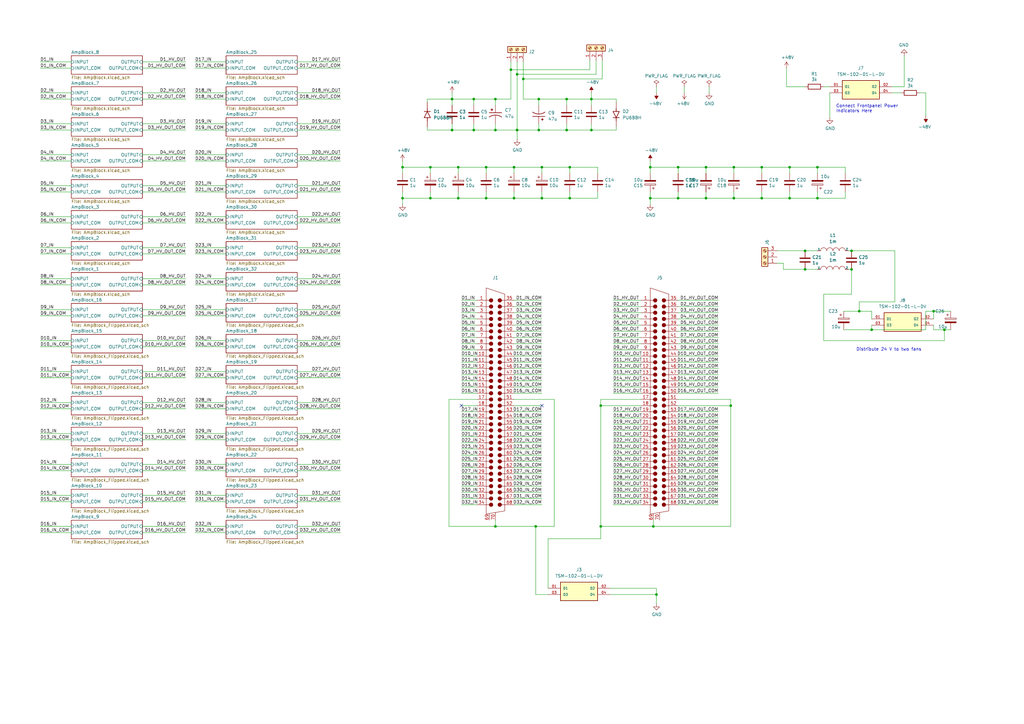
<source format=kicad_sch>
(kicad_sch (version 20211123) (generator eeschema)
  (paper "A3")
  (title_block (title "Amplifier for Zotino v1.2"))
  (junction (at 220.98 40.64))
  (junction (at 349.25 102.87))
  (junction (at 176.53 68.58))
  (junction (at 289.56 81.28))
  (junction (at 194.31 40.64))
  (junction (at 266.7 81.28))
  (junction (at 349.25 110.49))
  (junction (at 210.82 81.28))
  (junction (at 203.2 40.64))
  (junction (at 233.68 81.28))
  (junction (at 233.68 68.58))
  (junction (at 382.905 127.635))
  (junction (at 300.99 68.58))
  (junction (at 312.42 68.58))
  (junction (at 242.57 53.34))
  (junction (at 220.98 53.34))
  (junction (at 187.96 68.58))
  (junction (at 222.25 81.28))
  (junction (at 330.2 110.49))
  (junction (at 267.97 215.9))
  (junction (at 278.13 81.28))
  (junction (at 357.505 135.255))
  (junction (at 242.57 40.64))
  (junction (at 232.41 40.64))
  (junction (at 289.56 68.58))
  (junction (at 185.42 53.34))
  (junction (at 209.55 28.575))
  (junction (at 299.72 166.37))
  (junction (at 222.25 68.58))
  (junction (at 232.41 53.34))
  (junction (at 330.2 102.87))
  (junction (at 352.425 127.635))
  (junction (at 199.39 68.58))
  (junction (at 176.53 81.28))
  (junction (at 165.1 81.28))
  (junction (at 212.09 30.48))
  (junction (at 246.38 166.37))
  (junction (at 312.42 81.28))
  (junction (at 335.28 68.58))
  (junction (at 214.63 32.385))
  (junction (at 203.2 53.34))
  (junction (at 165.1 68.58))
  (junction (at 203.2 215.9))
  (junction (at 212.09 53.34))
  (junction (at 194.31 53.34))
  (junction (at 323.85 81.28))
  (junction (at 219.71 215.9))
  (junction (at 323.85 68.58))
  (junction (at 335.28 81.28))
  (junction (at 187.96 81.28))
  (junction (at 246.38 215.9))
  (junction (at 387.35 135.255))
  (junction (at 266.7 68.58))
  (junction (at 185.42 40.64))
  (junction (at 199.39 81.28))
  (junction (at 300.99 81.28))
  (junction (at 269.24 243.84))
  (junction (at 278.13 68.58))
  (junction (at 210.82 68.58))
  (no_connect (at 189.23 166.37))
  (no_connect (at 222.25 166.37))
  (wire (pts (xy 29.21 152.4) (xy 16.51 152.4)))
  (wire (pts (xy 121.92 215.9) (xy 139.7 215.9)))
  (wire (pts (xy 199.39 68.58) (xy 210.82 68.58)))
  (wire (pts (xy 262.89 146.05) (xy 251.46 146.05)))
  (wire (pts (xy 262.89 186.69) (xy 251.46 186.69)))
  (wire (pts (xy 29.21 193.04) (xy 16.51 193.04)))
  (wire (pts (xy 176.53 81.28) (xy 187.96 81.28)))
  (wire (pts (xy 195.58 191.77) (xy 189.23 191.77)))
  (wire (pts (xy 300.99 81.28) (xy 312.42 81.28)))
  (wire (pts (xy 294.64 125.73) (xy 278.13 125.73)))
  (wire (pts (xy 187.96 68.58) (xy 199.39 68.58)))
  (wire (pts (xy 29.21 63.5) (xy 16.51 63.5)))
  (wire (pts (xy 187.96 71.12) (xy 187.96 68.58)))
  (wire (pts (xy 244.475 30.48) (xy 212.09 30.48)))
  (wire (pts (xy 241.935 24.765) (xy 241.935 28.575)))
  (wire (pts (xy 294.64 168.91) (xy 278.13 168.91)))
  (wire (pts (xy 382.905 127.635) (xy 382.905 130.81)))
  (wire (pts (xy 92.71 53.34) (xy 80.01 53.34)))
  (wire (pts (xy 337.82 35.56) (xy 340.36 35.56)))
  (wire (pts (xy 262.89 168.91) (xy 251.46 168.91)))
  (wire (pts (xy 175.26 52.07) (xy 175.26 53.34)))
  (wire (pts (xy 233.68 68.58) (xy 233.68 71.12)))
  (wire (pts (xy 321.31 110.49) (xy 330.2 110.49)))
  (wire (pts (xy 262.89 140.97) (xy 251.46 140.97)))
  (wire (pts (xy 92.71 167.64) (xy 80.01 167.64)))
  (wire (pts (xy 294.64 146.05) (xy 278.13 146.05)))
  (wire (pts (xy 195.58 189.23) (xy 189.23 189.23)))
  (wire (pts (xy 222.25 179.07) (xy 210.82 179.07)))
  (wire (pts (xy 294.64 133.35) (xy 278.13 133.35)))
  (wire (pts (xy 92.71 38.1) (xy 80.01 38.1)))
  (wire (pts (xy 29.21 50.8) (xy 16.51 50.8)))
  (wire (pts (xy 176.53 81.28) (xy 176.53 78.74)))
  (wire (pts (xy 233.68 68.58) (xy 245.11 68.58)))
  (wire (pts (xy 92.71 165.1) (xy 80.01 165.1)))
  (wire (pts (xy 222.25 138.43) (xy 210.82 138.43)))
  (wire (pts (xy 269.24 247.65) (xy 269.24 243.84)))
  (wire (pts (xy 227.33 163.83) (xy 227.33 215.9)))
  (wire (pts (xy 185.42 40.64) (xy 185.42 43.18)))
  (wire (pts (xy 187.96 81.28) (xy 199.39 81.28)))
  (wire (pts (xy 246.38 215.9) (xy 267.97 215.9)))
  (wire (pts (xy 262.89 143.51) (xy 251.46 143.51)))
  (wire (pts (xy 195.58 158.75) (xy 189.23 158.75)))
  (wire (pts (xy 121.92 63.5) (xy 139.7 63.5)))
  (wire (pts (xy 195.58 196.85) (xy 189.23 196.85)))
  (wire (pts (xy 175.26 40.64) (xy 185.42 40.64)))
  (wire (pts (xy 58.42 142.24) (xy 76.2 142.24)))
  (wire (pts (xy 210.82 81.28) (xy 210.82 78.74)))
  (wire (pts (xy 267.97 213.36) (xy 267.97 215.9)))
  (wire (pts (xy 92.71 215.9) (xy 80.01 215.9)))
  (wire (pts (xy 294.64 181.61) (xy 278.13 181.61)))
  (wire (pts (xy 252.73 52.07) (xy 252.73 53.34)))
  (wire (pts (xy 262.89 156.21) (xy 251.46 156.21)))
  (wire (pts (xy 121.92 91.44) (xy 139.7 91.44)))
  (wire (pts (xy 337.82 120.65) (xy 337.82 139.7)))
  (wire (pts (xy 195.58 171.45) (xy 189.23 171.45)))
  (wire (pts (xy 247.015 24.765) (xy 247.015 32.385)))
  (wire (pts (xy 262.89 173.99) (xy 251.46 173.99)))
  (wire (pts (xy 58.42 88.9) (xy 76.2 88.9)))
  (wire (pts (xy 244.475 24.765) (xy 244.475 30.48)))
  (wire (pts (xy 247.015 32.385) (xy 214.63 32.385)))
  (wire (pts (xy 29.21 38.1) (xy 16.51 38.1)))
  (wire (pts (xy 195.58 204.47) (xy 189.23 204.47)))
  (wire (pts (xy 92.71 139.7) (xy 80.01 139.7)))
  (wire (pts (xy 232.41 53.34) (xy 220.98 53.34)))
  (wire (pts (xy 58.42 101.6) (xy 76.2 101.6)))
  (wire (pts (xy 377.19 38.1) (xy 379.73 38.1)))
  (wire (pts (xy 195.58 153.67) (xy 189.23 153.67)))
  (wire (pts (xy 212.09 53.34) (xy 212.09 57.15)))
  (wire (pts (xy 58.42 114.3) (xy 76.2 114.3)))
  (wire (pts (xy 262.89 130.81) (xy 251.46 130.81)))
  (wire (pts (xy 294.64 143.51) (xy 278.13 143.51)))
  (wire (pts (xy 365.76 38.1) (xy 369.57 38.1)))
  (wire (pts (xy 294.64 161.29) (xy 278.13 161.29)))
  (wire (pts (xy 29.21 53.34) (xy 16.51 53.34)))
  (wire (pts (xy 222.25 68.58) (xy 233.68 68.58)))
  (wire (pts (xy 199.39 68.58) (xy 199.39 71.12)))
  (wire (pts (xy 184.15 163.83) (xy 184.15 215.9)))
  (wire (pts (xy 92.71 190.5) (xy 80.01 190.5)))
  (wire (pts (xy 212.09 30.48) (xy 212.09 53.34)))
  (wire (pts (xy 224.79 241.3) (xy 224.79 220.98)))
  (wire (pts (xy 92.71 203.2) (xy 80.01 203.2)))
  (wire (pts (xy 269.24 243.84) (xy 269.24 241.3)))
  (wire (pts (xy 294.64 191.77) (xy 278.13 191.77)))
  (wire (pts (xy 195.58 128.27) (xy 189.23 128.27)))
  (wire (pts (xy 294.64 199.39) (xy 278.13 199.39)))
  (wire (pts (xy 29.21 88.9) (xy 16.51 88.9)))
  (wire (pts (xy 222.25 81.28) (xy 222.25 78.74)))
  (wire (pts (xy 194.31 53.34) (xy 203.2 53.34)))
  (wire (pts (xy 262.89 184.15) (xy 251.46 184.15)))
  (wire (pts (xy 233.68 81.28) (xy 245.11 81.28)))
  (wire (pts (xy 323.85 68.58) (xy 323.85 71.12)))
  (wire (pts (xy 335.28 68.58) (xy 335.28 71.12)))
  (wire (pts (xy 212.09 25.4) (xy 212.09 30.48)))
  (wire (pts (xy 195.58 146.05) (xy 189.23 146.05)))
  (wire (pts (xy 294.64 130.81) (xy 278.13 130.81)))
  (wire (pts (xy 300.99 68.58) (xy 312.42 68.58)))
  (wire (pts (xy 269.24 35.56) (xy 269.24 38.1)))
  (wire (pts (xy 203.2 50.8) (xy 203.2 53.34)))
  (wire (pts (xy 294.64 207.01) (xy 278.13 207.01)))
  (wire (pts (xy 222.25 161.29) (xy 210.82 161.29)))
  (wire (pts (xy 220.98 50.8) (xy 220.98 53.34)))
  (wire (pts (xy 269.24 241.3) (xy 250.19 241.3)))
  (wire (pts (xy 58.42 205.74) (xy 76.2 205.74)))
  (wire (pts (xy 29.21 104.14) (xy 16.51 104.14)))
  (wire (pts (xy 187.96 68.58) (xy 176.53 68.58)))
  (wire (pts (xy 262.89 176.53) (xy 251.46 176.53)))
  (wire (pts (xy 262.89 123.19) (xy 251.46 123.19)))
  (wire (pts (xy 176.53 68.58) (xy 165.1 68.58)))
  (wire (pts (xy 195.58 184.15) (xy 189.23 184.15)))
  (wire (pts (xy 121.92 78.74) (xy 139.7 78.74)))
  (wire (pts (xy 121.92 203.2) (xy 139.7 203.2)))
  (wire (pts (xy 219.71 243.84) (xy 219.71 215.9)))
  (wire (pts (xy 195.58 201.93) (xy 189.23 201.93)))
  (wire (pts (xy 185.42 53.34) (xy 194.31 53.34)))
  (wire (pts (xy 294.64 151.13) (xy 278.13 151.13)))
  (wire (pts (xy 222.25 189.23) (xy 210.82 189.23)))
  (wire (pts (xy 222.25 184.15) (xy 210.82 184.15)))
  (wire (pts (xy 266.7 66.04) (xy 266.7 68.58)))
  (wire (pts (xy 262.89 201.93) (xy 251.46 201.93)))
  (wire (pts (xy 58.42 167.64) (xy 76.2 167.64)))
  (wire (pts (xy 222.25 204.47) (xy 210.82 204.47)))
  (wire (pts (xy 195.58 125.73) (xy 189.23 125.73)))
  (wire (pts (xy 222.25 191.77) (xy 210.82 191.77)))
  (wire (pts (xy 222.25 143.51) (xy 210.82 143.51)))
  (wire (pts (xy 195.58 130.81) (xy 189.23 130.81)))
  (wire (pts (xy 246.38 166.37) (xy 246.38 215.9)))
  (wire (pts (xy 387.35 135.255) (xy 382.905 135.255)))
  (wire (pts (xy 195.58 161.29) (xy 189.23 161.29)))
  (wire (pts (xy 165.1 66.04) (xy 165.1 68.58)))
  (wire (pts (xy 245.11 68.58) (xy 245.11 71.12)))
  (wire (pts (xy 165.1 68.58) (xy 165.1 71.12)))
  (wire (pts (xy 266.7 68.58) (xy 266.7 71.12)))
  (wire (pts (xy 357.505 135.255) (xy 357.505 133.35)))
  (wire (pts (xy 92.71 101.6) (xy 80.01 101.6)))
  (wire (pts (xy 58.42 116.84) (xy 76.2 116.84)))
  (wire (pts (xy 195.58 138.43) (xy 189.23 138.43)))
  (wire (pts (xy 176.53 71.12) (xy 176.53 68.58)))
  (wire (pts (xy 294.64 138.43) (xy 278.13 138.43)))
  (wire (pts (xy 262.89 138.43) (xy 251.46 138.43)))
  (wire (pts (xy 29.21 218.44) (xy 16.51 218.44)))
  (wire (pts (xy 222.25 201.93) (xy 210.82 201.93)))
  (wire (pts (xy 92.71 63.5) (xy 80.01 63.5)))
  (wire (pts (xy 121.92 139.7) (xy 139.7 139.7)))
  (wire (pts (xy 222.25 81.28) (xy 233.68 81.28)))
  (wire (pts (xy 214.63 40.64) (xy 220.98 40.64)))
  (wire (pts (xy 29.21 101.6) (xy 16.51 101.6)))
  (wire (pts (xy 323.85 81.28) (xy 323.85 78.74)))
  (wire (pts (xy 219.71 215.9) (xy 203.2 215.9)))
  (wire (pts (xy 222.25 68.58) (xy 222.25 71.12)))
  (wire (pts (xy 29.21 25.4) (xy 16.51 25.4)))
  (wire (pts (xy 58.42 38.1) (xy 76.2 38.1)))
  (wire (pts (xy 379.73 135.255) (xy 379.73 127.635)))
  (wire (pts (xy 203.2 53.34) (xy 212.09 53.34)))
  (wire (pts (xy 121.92 114.3) (xy 139.7 114.3)))
  (wire (pts (xy 266.7 68.58) (xy 278.13 68.58)))
  (wire (pts (xy 241.935 28.575) (xy 209.55 28.575)))
  (wire (pts (xy 246.38 220.98) (xy 246.38 215.9)))
  (wire (pts (xy 58.42 165.1) (xy 76.2 165.1)))
  (wire (pts (xy 92.71 142.24) (xy 80.01 142.24)))
  (wire (pts (xy 222.25 133.35) (xy 210.82 133.35)))
  (wire (pts (xy 29.21 180.34) (xy 16.51 180.34)))
  (wire (pts (xy 121.92 177.8) (xy 139.7 177.8)))
  (wire (pts (xy 29.21 205.74) (xy 16.51 205.74)))
  (wire (pts (xy 352.425 127.635) (xy 357.505 127.635)))
  (wire (pts (xy 199.39 81.28) (xy 210.82 81.28)))
  (wire (pts (xy 58.42 177.8) (xy 76.2 177.8)))
  (wire (pts (xy 340.36 38.1) (xy 340.36 48.26)))
  (wire (pts (xy 294.64 204.47) (xy 278.13 204.47)))
  (wire (pts (xy 29.21 165.1) (xy 16.51 165.1)))
  (wire (pts (xy 294.64 189.23) (xy 278.13 189.23)))
  (wire (pts (xy 121.92 127) (xy 139.7 127)))
  (wire (pts (xy 335.28 68.58) (xy 346.71 68.58)))
  (wire (pts (xy 294.64 128.27) (xy 278.13 128.27)))
  (wire (pts (xy 346.71 68.58) (xy 346.71 71.12)))
  (wire (pts (xy 299.72 166.37) (xy 299.72 215.9)))
  (wire (pts (xy 245.11 81.28) (xy 245.11 78.74)))
  (wire (pts (xy 262.89 151.13) (xy 251.46 151.13)))
  (wire (pts (xy 278.13 81.28) (xy 289.56 81.28)))
  (wire (pts (xy 387.35 135.255) (xy 387.35 139.7)))
  (wire (pts (xy 92.71 152.4) (xy 80.01 152.4)))
  (wire (pts (xy 232.41 40.64) (xy 242.57 40.64)))
  (wire (pts (xy 312.42 68.58) (xy 323.85 68.58)))
  (wire (pts (xy 294.64 173.99) (xy 278.13 173.99)))
  (wire (pts (xy 121.92 218.44) (xy 139.7 218.44)))
  (wire (pts (xy 262.89 204.47) (xy 251.46 204.47)))
  (wire (pts (xy 195.58 176.53) (xy 189.23 176.53)))
  (wire (pts (xy 121.92 53.34) (xy 139.7 53.34)))
  (wire (pts (xy 294.64 123.19) (xy 278.13 123.19)))
  (wire (pts (xy 29.21 167.64) (xy 16.51 167.64)))
  (wire (pts (xy 278.13 163.83) (xy 299.72 163.83)))
  (wire (pts (xy 294.64 156.21) (xy 278.13 156.21)))
  (wire (pts (xy 195.58 168.91) (xy 189.23 168.91)))
  (wire (pts (xy 121.92 129.54) (xy 139.7 129.54)))
  (wire (pts (xy 121.92 167.64) (xy 139.7 167.64)))
  (wire (pts (xy 347.98 102.87) (xy 349.25 102.87)))
  (wire (pts (xy 347.98 110.49) (xy 349.25 110.49)))
  (wire (pts (xy 322.58 35.56) (xy 330.2 35.56)))
  (wire (pts (xy 58.42 91.44) (xy 76.2 91.44)))
  (wire (pts (xy 379.73 38.1) (xy 379.73 47.625)))
  (wire (pts (xy 58.42 27.94) (xy 76.2 27.94)))
  (wire (pts (xy 29.21 114.3) (xy 16.51 114.3)))
  (wire (pts (xy 121.92 193.04) (xy 139.7 193.04)))
  (wire (pts (xy 58.42 63.5) (xy 76.2 63.5)))
  (wire (pts (xy 58.42 218.44) (xy 76.2 218.44)))
  (wire (pts (xy 346.71 81.28) (xy 346.71 78.74)))
  (wire (pts (xy 121.92 101.6) (xy 139.7 101.6)))
  (wire (pts (xy 195.58 123.19) (xy 189.23 123.19)))
  (wire (pts (xy 278.13 166.37) (xy 299.72 166.37)))
  (wire (pts (xy 121.92 27.94) (xy 139.7 27.94)))
  (wire (pts (xy 262.89 153.67) (xy 251.46 153.67)))
  (wire (pts (xy 266.7 78.74) (xy 266.7 81.28)))
  (wire (pts (xy 92.71 104.14) (xy 80.01 104.14)))
  (wire (pts (xy 195.58 151.13) (xy 189.23 151.13)))
  (wire (pts (xy 29.21 142.24) (xy 16.51 142.24)))
  (wire (pts (xy 262.89 199.39) (xy 251.46 199.39)))
  (wire (pts (xy 203.2 40.64) (xy 194.31 40.64)))
  (wire (pts (xy 224.79 220.98) (xy 246.38 220.98)))
  (wire (pts (xy 289.56 68.58) (xy 289.56 71.12)))
  (wire (pts (xy 335.28 81.28) (xy 335.28 78.74)))
  (wire (pts (xy 58.42 152.4) (xy 76.2 152.4)))
  (wire (pts (xy 58.42 104.14) (xy 76.2 104.14)))
  (wire (pts (xy 29.21 27.94) (xy 16.51 27.94)))
  (wire (pts (xy 175.26 40.64) (xy 175.26 41.91)))
  (wire (pts (xy 262.89 207.01) (xy 251.46 207.01)))
  (wire (pts (xy 266.7 81.28) (xy 266.7 83.82)))
  (wire (pts (xy 203.2 213.36) (xy 203.2 215.9)))
  (wire (pts (xy 121.92 152.4) (xy 139.7 152.4)))
  (wire (pts (xy 262.89 128.27) (xy 251.46 128.27)))
  (wire (pts (xy 222.25 151.13) (xy 210.82 151.13)))
  (wire (pts (xy 121.92 76.2) (xy 139.7 76.2)))
  (wire (pts (xy 294.64 184.15) (xy 278.13 184.15)))
  (wire (pts (xy 222.25 158.75) (xy 210.82 158.75)))
  (wire (pts (xy 222.25 194.31) (xy 210.82 194.31)))
  (wire (pts (xy 232.41 50.8) (xy 232.41 53.34)))
  (wire (pts (xy 195.58 133.35) (xy 189.23 133.35)))
  (wire (pts (xy 389.89 127.635) (xy 382.905 127.635)))
  (wire (pts (xy 278.13 81.28) (xy 266.7 81.28)))
  (wire (pts (xy 92.71 114.3) (xy 80.01 114.3)))
  (wire (pts (xy 294.64 176.53) (xy 278.13 176.53)))
  (wire (pts (xy 220.98 40.64) (xy 232.41 40.64)))
  (wire (pts (xy 346.075 127.635) (xy 352.425 127.635)))
  (wire (pts (xy 262.89 189.23) (xy 251.46 189.23)))
  (wire (pts (xy 222.25 130.81) (xy 210.82 130.81)))
  (wire (pts (xy 195.58 148.59) (xy 189.23 148.59)))
  (wire (pts (xy 262.89 135.89) (xy 251.46 135.89)))
  (wire (pts (xy 222.25 168.91) (xy 210.82 168.91)))
  (wire (pts (xy 29.21 116.84) (xy 16.51 116.84)))
  (wire (pts (xy 92.71 129.54) (xy 80.01 129.54)))
  (wire (pts (xy 294.64 140.97) (xy 278.13 140.97)))
  (wire (pts (xy 195.58 173.99) (xy 189.23 173.99)))
  (wire (pts (xy 29.21 66.04) (xy 16.51 66.04)))
  (wire (pts (xy 222.25 176.53) (xy 210.82 176.53)))
  (wire (pts (xy 58.42 127) (xy 76.2 127)))
  (wire (pts (xy 346.075 135.255) (xy 357.505 135.255)))
  (wire (pts (xy 195.58 166.37) (xy 189.23 166.37)))
  (wire (pts (xy 222.25 146.05) (xy 210.82 146.05)))
  (wire (pts (xy 58.42 53.34) (xy 76.2 53.34)))
  (wire (pts (xy 382.905 135.255) (xy 382.905 133.35)))
  (wire (pts (xy 121.92 180.34) (xy 139.7 180.34)))
  (wire (pts (xy 184.15 163.83) (xy 195.58 163.83)))
  (wire (pts (xy 195.58 143.51) (xy 189.23 143.51)))
  (wire (pts (xy 278.13 78.74) (xy 278.13 81.28)))
  (wire (pts (xy 294.64 186.69) (xy 278.13 186.69)))
  (wire (pts (xy 92.71 116.84) (xy 80.01 116.84)))
  (wire (pts (xy 92.71 78.74) (xy 80.01 78.74)))
  (wire (pts (xy 187.96 81.28) (xy 187.96 78.74)))
  (wire (pts (xy 29.21 78.74) (xy 16.51 78.74)))
  (wire (pts (xy 222.25 166.37) (xy 210.82 166.37)))
  (wire (pts (xy 300.99 68.58) (xy 300.99 71.12)))
  (wire (pts (xy 29.21 215.9) (xy 16.51 215.9)))
  (wire (pts (xy 352.425 123.825) (xy 352.425 127.635)))
  (wire (pts (xy 370.84 35.56) (xy 365.76 35.56)))
  (wire (pts (xy 294.64 179.07) (xy 278.13 179.07)))
  (wire (pts (xy 165.1 81.28) (xy 176.53 81.28)))
  (wire (pts (xy 242.57 40.64) (xy 252.73 40.64)))
  (wire (pts (xy 58.42 78.74) (xy 76.2 78.74)))
  (wire (pts (xy 29.21 190.5) (xy 16.51 190.5)))
  (wire (pts (xy 294.64 171.45) (xy 278.13 171.45)))
  (wire (pts (xy 92.71 50.8) (xy 80.01 50.8)))
  (wire (pts (xy 220.98 40.64) (xy 220.98 43.18)))
  (wire (pts (xy 121.92 116.84) (xy 139.7 116.84)))
  (wire (pts (xy 58.42 25.4) (xy 76.2 25.4)))
  (wire (pts (xy 121.92 25.4) (xy 139.7 25.4)))
  (wire (pts (xy 203.2 40.64) (xy 203.2 43.18)))
  (wire (pts (xy 262.89 196.85) (xy 251.46 196.85)))
  (wire (pts (xy 330.2 110.49) (xy 335.28 110.49)))
  (wire (pts (xy 222.25 196.85) (xy 210.82 196.85)))
  (wire (pts (xy 262.89 194.31) (xy 251.46 194.31)))
  (wire (pts (xy 29.21 40.64) (xy 16.51 40.64)))
  (wire (pts (xy 199.39 81.28) (xy 199.39 78.74)))
  (wire (pts (xy 246.38 163.83) (xy 262.89 163.83)))
  (wire (pts (xy 357.505 135.255) (xy 379.73 135.255)))
  (wire (pts (xy 195.58 207.01) (xy 189.23 207.01)))
  (wire (pts (xy 278.13 68.58) (xy 289.56 68.58)))
  (wire (pts (xy 294.64 158.75) (xy 278.13 158.75)))
  (wire (pts (xy 222.25 173.99) (xy 210.82 173.99)))
  (wire (pts (xy 195.58 194.31) (xy 189.23 194.31)))
  (wire (pts (xy 222.25 186.69) (xy 210.82 186.69)))
  (wire (pts (xy 246.38 166.37) (xy 262.89 166.37)))
  (wire (pts (xy 29.21 127) (xy 16.51 127)))
  (wire (pts (xy 58.42 180.34) (xy 76.2 180.34)))
  (wire (pts (xy 233.68 81.28) (xy 233.68 78.74)))
  (wire (pts (xy 222.25 207.01) (xy 210.82 207.01)))
  (wire (pts (xy 194.31 40.64) (xy 194.31 43.18)))
  (wire (pts (xy 92.71 91.44) (xy 80.01 91.44)))
  (wire (pts (xy 29.21 203.2) (xy 16.51 203.2)))
  (wire (pts (xy 203.2 215.9) (xy 184.15 215.9)))
  (wire (pts (xy 250.19 243.84) (xy 269.24 243.84)))
  (wire (pts (xy 379.73 127.635) (xy 382.905 127.635)))
  (wire (pts (xy 29.21 177.8) (xy 16.51 177.8)))
  (wire (pts (xy 299.72 163.83) (xy 299.72 166.37)))
  (wire (pts (xy 92.71 88.9) (xy 80.01 88.9)))
  (wire (pts (xy 289.56 68.58) (xy 300.99 68.58)))
  (wire (pts (xy 210.82 163.83) (xy 227.33 163.83)))
  (wire (pts (xy 58.42 193.04) (xy 76.2 193.04)))
  (wire (pts (xy 335.28 81.28) (xy 346.71 81.28)))
  (wire (pts (xy 58.42 203.2) (xy 76.2 203.2)))
  (wire (pts (xy 210.82 68.58) (xy 222.25 68.58)))
  (wire (pts (xy 312.42 68.58) (xy 312.42 71.12)))
  (wire (pts (xy 209.55 25.4) (xy 209.55 28.575)))
  (wire (pts (xy 220.98 53.34) (xy 212.09 53.34)))
  (wire (pts (xy 242.57 50.8) (xy 242.57 53.34)))
  (wire (pts (xy 262.89 161.29) (xy 251.46 161.29)))
  (wire (pts (xy 252.73 40.64) (xy 252.73 41.91)))
  (wire (pts (xy 323.85 81.28) (xy 335.28 81.28)))
  (wire (pts (xy 58.42 50.8) (xy 76.2 50.8)))
  (wire (pts (xy 357.505 127.635) (xy 357.505 130.81)))
  (wire (pts (xy 330.2 102.87) (xy 335.28 102.87)))
  (wire (pts (xy 29.21 139.7) (xy 16.51 139.7)))
  (wire (pts (xy 246.38 163.83) (xy 246.38 166.37)))
  (wire (pts (xy 222.25 123.19) (xy 210.82 123.19)))
  (wire (pts (xy 194.31 50.8) (xy 194.31 53.34)))
  (wire (pts (xy 121.92 50.8) (xy 139.7 50.8)))
  (wire (pts (xy 195.58 199.39) (xy 189.23 199.39)))
  (wire (pts (xy 242.57 53.34) (xy 232.41 53.34)))
  (wire (pts (xy 262.89 133.35) (xy 251.46 133.35)))
  (wire (pts (xy 58.42 40.64) (xy 76.2 40.64)))
  (wire (pts (xy 92.71 66.04) (xy 80.01 66.04)))
  (wire (pts (xy 121.92 40.64) (xy 139.7 40.64)))
  (wire (pts (xy 195.58 135.89) (xy 189.23 135.89)))
  (wire (pts (xy 222.25 171.45) (xy 210.82 171.45)))
  (wire (pts (xy 29.21 76.2) (xy 16.51 76.2)))
  (wire (pts (xy 294.64 201.93) (xy 278.13 201.93)))
  (wire (pts (xy 294.64 194.31) (xy 278.13 194.31)))
  (wire (pts (xy 222.25 181.61) (xy 210.82 181.61)))
  (wire (pts (xy 121.92 205.74) (xy 139.7 205.74)))
  (wire (pts (xy 387.35 139.7) (xy 337.82 139.7)))
  (wire (pts (xy 222.25 128.27) (xy 210.82 128.27)))
  (wire (pts (xy 262.89 171.45) (xy 251.46 171.45)))
  (wire (pts (xy 29.21 154.94) (xy 16.51 154.94)))
  (wire (pts (xy 92.71 27.94) (xy 80.01 27.94)))
  (wire (pts (xy 121.92 38.1) (xy 139.7 38.1)))
  (wire (pts (xy 222.25 135.89) (xy 210.82 135.89)))
  (wire (pts (xy 29.21 91.44) (xy 16.51 91.44)))
  (wire (pts (xy 121.92 165.1) (xy 139.7 165.1)))
  (wire (pts (xy 209.55 40.64) (xy 203.2 40.64)))
  (wire (pts (xy 165.1 81.28) (xy 165.1 83.82)))
  (wire (pts (xy 242.57 53.34) (xy 252.73 53.34)))
  (wire (pts (xy 290.83 35.56) (xy 290.83 38.1)))
  (wire (pts (xy 278.13 68.58) (xy 278.13 71.12)))
  (wire (pts (xy 195.58 186.69) (xy 189.23 186.69)))
  (wire (pts (xy 210.82 68.58) (xy 210.82 71.12)))
  (wire (pts (xy 289.56 81.28) (xy 289.56 78.74)))
  (wire (pts (xy 121.92 88.9) (xy 139.7 88.9)))
  (wire (pts (xy 210.82 81.28) (xy 222.25 81.28)))
  (wire (pts (xy 322.58 27.94) (xy 322.58 35.56)))
  (wire (pts (xy 185.42 50.8) (xy 185.42 53.34)))
  (wire (pts (xy 175.26 53.34) (xy 185.42 53.34)))
  (wire (pts (xy 58.42 76.2) (xy 76.2 76.2)))
  (wire (pts (xy 92.71 76.2) (xy 80.01 76.2)))
  (wire (pts (xy 195.58 140.97) (xy 189.23 140.97)))
  (wire (pts (xy 349.25 110.49) (xy 349.25 120.65)))
  (wire (pts (xy 262.89 125.73) (xy 251.46 125.73)))
  (wire (pts (xy 389.89 135.255) (xy 387.35 135.255)))
  (wire (pts (xy 92.71 218.44) (xy 80.01 218.44)))
  (wire (pts (xy 92.71 25.4) (xy 80.01 25.4)))
  (wire (pts (xy 262.89 148.59) (xy 251.46 148.59)))
  (wire (pts (xy 294.64 153.67) (xy 278.13 153.67)))
  (wire (pts (xy 242.57 40.64) (xy 242.57 38.1)))
  (wire (pts (xy 337.82 120.65) (xy 349.25 120.65)))
  (wire (pts (xy 58.42 215.9) (xy 76.2 215.9)))
  (wire (pts (xy 195.58 181.61) (xy 189.23 181.61)))
  (wire (pts (xy 262.89 181.61) (xy 251.46 181.61)))
  (wire (pts (xy 121.92 154.94) (xy 139.7 154.94)))
  (wire (pts (xy 58.42 129.54) (xy 76.2 129.54)))
  (wire (pts (xy 195.58 179.07) (xy 189.23 179.07)))
  (wire (pts (xy 242.57 40.64) (xy 242.57 43.18)))
  (wire (pts (xy 58.42 66.04) (xy 76.2 66.04)))
  (wire (pts (xy 58.42 139.7) (xy 76.2 139.7)))
  (wire (pts (xy 121.92 142.24) (xy 139.7 142.24)))
  (wire (pts (xy 92.71 154.94) (xy 80.01 154.94)))
  (wire (pts (xy 222.25 199.39) (xy 210.82 199.39)))
  (wire (pts (xy 92.71 127) (xy 80.01 127)))
  (wire (pts (xy 224.79 243.84) (xy 219.71 243.84)))
  (wire (pts (xy 222.25 140.97) (xy 210.82 140.97)))
  (wire (pts (xy 280.67 35.56) (xy 280.67 38.1)))
  (wire (pts (xy 321.31 107.95) (xy 321.31 110.49)))
  (wire (pts (xy 370.84 22.86) (xy 370.84 35.56)))
  (wire (pts (xy 318.77 102.87) (xy 330.2 102.87)))
  (wire (pts (xy 121.92 104.14) (xy 139.7 104.14)))
  (wire (pts (xy 294.64 135.89) (xy 278.13 135.89)))
  (wire (pts (xy 29.21 129.54) (xy 16.51 129.54)))
  (wire (pts (xy 185.42 38.1) (xy 185.42 40.64)))
  (wire (pts (xy 300.99 81.28) (xy 300.99 78.74)))
  (wire (pts (xy 58.42 154.94) (xy 76.2 154.94)))
  (wire (pts (xy 222.25 156.21) (xy 210.82 156.21)))
  (wire (pts (xy 262.89 191.77) (xy 251.46 191.77)))
  (wire (pts (xy 232.41 40.64) (xy 232.41 43.18)))
  (wire (pts (xy 121.92 190.5) (xy 139.7 190.5)))
  (wire (pts (xy 92.71 40.64) (xy 80.01 40.64)))
  (wire (pts (xy 318.77 107.95) (xy 321.31 107.95)))
  (wire (pts (xy 227.33 215.9) (xy 219.71 215.9)))
  (wire (pts (xy 92.71 193.04) (xy 80.01 193.04)))
  (wire (pts (xy 92.71 180.34) (xy 80.01 180.34)))
  (wire (pts (xy 312.42 81.28) (xy 323.85 81.28)))
  (wire (pts (xy 294.64 196.85) (xy 278.13 196.85)))
  (wire (pts (xy 262.89 158.75) (xy 251.46 158.75)))
  (wire (pts (xy 92.71 177.8) (xy 80.01 177.8)))
  (wire (pts (xy 289.56 81.28) (xy 300.99 81.28)))
  (wire (pts (xy 58.42 190.5) (xy 76.2 190.5)))
  (wire (pts (xy 267.97 215.9) (xy 299.72 215.9)))
  (wire (pts (xy 195.58 156.21) (xy 189.23 156.21)))
  (wire (pts (xy 323.85 68.58) (xy 335.28 68.58)))
  (wire (pts (xy 214.63 32.385) (xy 214.63 40.64)))
  (wire (pts (xy 121.92 66.04) (xy 139.7 66.04)))
  (wire (pts (xy 222.25 148.59) (xy 210.82 148.59)))
  (wire (pts (xy 262.89 179.07) (xy 251.46 179.07)))
  (wire (pts (xy 222.25 125.73) (xy 210.82 125.73)))
  (wire (pts (xy 209.55 28.575) (xy 209.55 40.64)))
  (wire (pts (xy 349.25 102.87) (xy 367.03 102.87)))
  (wire (pts (xy 92.71 205.74) (xy 80.01 205.74)))
  (wire (pts (xy 294.64 148.59) (xy 278.13 148.59)))
  (wire (pts (xy 194.31 40.64) (xy 185.42 40.64)))
  (wire (pts (xy 165.1 78.74) (xy 165.1 81.28)))
  (wire (pts (xy 312.42 81.28) (xy 312.42 78.74)))
  (wire (pts (xy 367.03 123.825) (xy 352.425 123.825)))
  (wire (pts (xy 222.25 153.67) (xy 210.82 153.67)))
  (wire (pts (xy 367.03 102.87) (xy 367.03 123.825)))
  (wire (pts (xy 214.63 25.4) (xy 214.63 32.385)))
  (text "Distribute 24 V to two fans" (at 351.155 144.145 0) (effects (font (size 1.27 1.27)) (justify left bottom)))
  (text "Connect Frontpanel Power \nIndicators Here\n" (at 342.9 46.355 0) (effects (font (size 1.27 1.27)) (justify left bottom)))
  (label "D2_IN" (at 189.23 125.73 0))
  (label "D26_IN" (at 189.23 191.77 0))
  (label "D3_IN" (at 189.23 128.27 0))
  (label "D25_HV_OUT" (at 139.7 127 180))
  (label "D18_IN_COM" (at 222.25 171.45 180))
  (label "D1_IN_COM" (at 16.51 27.94 0))
  (label "D14_HV_OUT" (at 76.2 190.5 180))
  (label "D20_HV_OUT" (at 139.7 63.5 180))
  (label "D6_IN" (at 189.23 135.89 0))
  (label "D22_HV_OUT" (at 139.7 88.9 180))
  (label "D8_IN_COM" (at 222.25 140.97 180))
  (label "D5_IN" (at 16.51 76.2 0))
  (label "D15_HV_OUT_COM" (at 76.2 205.74 180))
  (label "D19_IN_COM" (at 222.25 173.99 180))
  (label "D29_HV_OUT_COM" (at 139.7 180.34 180))
  (label "D11_HV_OUT_COM" (at 76.2 154.94 180))
  (label "D19_HV_OUT" (at 251.46 173.99 0))
  (label "D2_IN_COM" (at 16.51 40.64 0))
  (label "D25_HV_OUT_COM" (at 139.7 129.54 180))
  (label "D16_IN_COM" (at 16.51 218.44 0))
  (label "D15_HV_OUT" (at 76.2 203.2 180))
  (label "D1_HV_OUT" (at 76.2 25.4 180))
  (label "D10_HV_OUT" (at 76.2 139.7 180))
  (label "D26_IN_COM" (at 80.01 142.24 0))
  (label "D19_IN" (at 80.01 50.8 0))
  (label "D32_IN_COM" (at 80.01 218.44 0))
  (label "D23_HV_OUT_COM" (at 294.64 184.15 180))
  (label "D26_HV_OUT_COM" (at 294.64 191.77 180))
  (label "D27_IN_COM" (at 80.01 154.94 0))
  (label "D10_IN" (at 189.23 146.05 0))
  (label "D29_IN" (at 189.23 199.39 0))
  (label "D3_HV_OUT_COM" (at 76.2 53.34 180))
  (label "D16_IN" (at 16.51 215.9 0))
  (label "D24_IN_COM" (at 80.01 116.84 0))
  (label "D14_HV_OUT_COM" (at 294.64 156.21 180))
  (label "D6_IN_COM" (at 16.51 91.44 0))
  (label "D12_HV_OUT_COM" (at 76.2 167.64 180))
  (label "D30_IN" (at 189.23 201.93 0))
  (label "D29_IN_COM" (at 80.01 180.34 0))
  (label "D8_HV_OUT" (at 251.46 140.97 0))
  (label "D2_HV_OUT_COM" (at 294.64 125.73 180))
  (label "D1_IN" (at 189.23 123.19 0))
  (label "D32_IN_COM" (at 222.25 207.01 180))
  (label "D12_HV_OUT_COM" (at 294.64 151.13 180))
  (label "D18_HV_OUT" (at 251.46 171.45 0))
  (label "D21_HV_OUT" (at 139.7 76.2 180))
  (label "D13_IN" (at 16.51 177.8 0))
  (label "D12_IN_COM" (at 222.25 151.13 180))
  (label "D13_IN" (at 189.23 153.67 0))
  (label "D24_HV_OUT" (at 139.7 114.3 180))
  (label "D20_IN" (at 80.01 63.5 0))
  (label "D11_IN" (at 16.51 152.4 0))
  (label "D31_HV_OUT" (at 251.46 204.47 0))
  (label "D10_HV_OUT_COM" (at 76.2 142.24 180))
  (label "D11_HV_OUT_COM" (at 294.64 148.59 180))
  (label "D26_HV_OUT" (at 251.46 191.77 0))
  (label "D16_IN_COM" (at 222.25 161.29 180))
  (label "D24_IN_COM" (at 222.25 186.69 180))
  (label "D2_HV_OUT_COM" (at 76.2 40.64 180))
  (label "D18_IN" (at 80.01 38.1 0))
  (label "D20_HV_OUT" (at 251.46 176.53 0))
  (label "D22_IN_COM" (at 222.25 181.61 180))
  (label "D10_IN" (at 16.51 139.7 0))
  (label "D8_HV_OUT_COM" (at 76.2 116.84 180))
  (label "D17_HV_OUT" (at 251.46 168.91 0))
  (label "D24_IN" (at 189.23 186.69 0))
  (label "D28_IN" (at 189.23 196.85 0))
  (label "D7_IN" (at 16.51 101.6 0))
  (label "D30_IN_COM" (at 80.01 193.04 0))
  (label "D27_IN" (at 80.01 152.4 0))
  (label "D6_HV_OUT_COM" (at 294.64 135.89 180))
  (label "D28_IN" (at 80.01 165.1 0))
  (label "D17_IN" (at 80.01 25.4 0))
  (label "D5_HV_OUT_COM" (at 294.64 133.35 180))
  (label "D7_HV_OUT_COM" (at 76.2 104.14 180))
  (label "D7_IN" (at 189.23 138.43 0))
  (label "D1_HV_OUT" (at 251.46 123.19 0))
  (label "D7_HV_OUT" (at 251.46 138.43 0))
  (label "D3_IN_COM" (at 16.51 53.34 0))
  (label "D31_IN" (at 189.23 204.47 0))
  (label "D18_HV_OUT_COM" (at 139.7 40.64 180))
  (label "D19_HV_OUT" (at 139.7 50.8 180))
  (label "D27_HV_OUT" (at 139.7 152.4 180))
  (label "D23_IN_COM" (at 80.01 104.14 0))
  (label "D24_HV_OUT_COM" (at 294.64 186.69 180))
  (label "D25_HV_OUT_COM" (at 294.64 189.23 180))
  (label "D2_HV_OUT" (at 76.2 38.1 180))
  (label "D14_HV_OUT" (at 251.46 156.21 0))
  (label "D8_HV_OUT_COM" (at 294.64 140.97 180))
  (label "D7_HV_OUT_COM" (at 294.64 138.43 180))
  (label "D19_HV_OUT_COM" (at 294.64 173.99 180))
  (label "D12_IN" (at 16.51 165.1 0))
  (label "D17_HV_OUT_COM" (at 294.64 168.91 180))
  (label "D21_IN" (at 189.23 179.07 0))
  (label "D21_IN_COM" (at 80.01 78.74 0))
  (label "D4_IN_COM" (at 16.51 66.04 0))
  (label "D30_IN" (at 80.01 190.5 0))
  (label "D25_IN_COM" (at 80.01 129.54 0))
  (label "D24_IN" (at 80.01 114.3 0))
  (label "D32_HV_OUT" (at 139.7 215.9 180))
  (label "D20_HV_OUT_COM" (at 294.64 176.53 180))
  (label "D17_IN_COM" (at 80.01 27.94 0))
  (label "D8_IN" (at 16.51 114.3 0))
  (label "D4_IN" (at 16.51 63.5 0))
  (label "D22_IN" (at 80.01 88.9 0))
  (label "D19_IN" (at 189.23 173.99 0))
  (label "D4_HV_OUT" (at 251.46 130.81 0))
  (label "D17_HV_OUT" (at 139.7 25.4 180))
  (label "D25_HV_OUT" (at 251.46 189.23 0))
  (label "D28_HV_OUT" (at 251.46 196.85 0))
  (label "D4_IN_COM" (at 222.25 130.81 180))
  (label "D3_IN_COM" (at 222.25 128.27 180))
  (label "D10_IN_COM" (at 222.25 146.05 180))
  (label "D7_HV_OUT" (at 76.2 101.6 180))
  (label "D13_HV_OUT_COM" (at 294.64 153.67 180))
  (label "D25_IN" (at 189.23 189.23 0))
  (label "D7_IN_COM" (at 222.25 138.43 180))
  (label "D11_IN" (at 189.23 148.59 0))
  (label "D29_IN" (at 80.01 177.8 0))
  (label "D3_HV_OUT_COM" (at 294.64 128.27 180))
  (label "D3_HV_OUT" (at 251.46 128.27 0))
  (label "D27_HV_OUT_COM" (at 294.64 194.31 180))
  (label "D9_IN" (at 189.23 143.51 0))
  (label "D13_HV_OUT" (at 76.2 177.8 180))
  (label "D5_HV_OUT_COM" (at 76.2 78.74 180))
  (label "D9_HV_OUT_COM" (at 76.2 129.54 180))
  (label "D28_HV_OUT_COM" (at 139.7 167.64 180))
  (label "D23_HV_OUT" (at 251.46 184.15 0))
  (label "D22_IN_COM" (at 80.01 91.44 0))
  (label "D19_IN_COM" (at 80.01 53.34 0))
  (label "D26_HV_OUT_COM" (at 139.7 142.24 180))
  (label "D8_IN_COM" (at 16.51 116.84 0))
  (label "D29_HV_OUT" (at 251.46 199.39 0))
  (label "D11_HV_OUT" (at 251.46 148.59 0))
  (label "D4_HV_OUT" (at 76.2 63.5 180))
  (label "D31_HV_OUT" (at 139.7 203.2 180))
  (label "D1_HV_OUT_COM" (at 294.64 123.19 180))
  (label "D3_IN" (at 16.51 50.8 0))
  (label "D21_IN_COM" (at 222.25 179.07 180))
  (label "D15_HV_OUT" (at 251.46 158.75 0))
  (label "D5_IN_COM" (at 16.51 78.74 0))
  (label "D27_IN_COM" (at 222.25 194.31 180))
  (label "D29_IN_COM" (at 222.25 199.39 180))
  (label "D29_HV_OUT_COM" (at 294.64 199.39 180))
  (label "D22_HV_OUT" (at 251.46 181.61 0))
  (label "D28_HV_OUT_COM" (at 294.64 196.85 180))
  (label "D15_HV_OUT_COM" (at 294.64 158.75 180))
  (label "D16_HV_OUT" (at 251.46 161.29 0))
  (label "D23_IN" (at 80.01 101.6 0))
  (label "D32_IN" (at 189.23 207.01 0))
  (label "D8_IN" (at 189.23 140.97 0))
  (label "D1_IN_COM" (at 222.25 123.19 180))
  (label "D6_HV_OUT_COM" (at 76.2 91.44 180))
  (label "D10_IN_COM" (at 16.51 142.24 0))
  (label "D18_HV_OUT" (at 139.7 38.1 180))
  (label "D14_IN_COM" (at 16.51 193.04 0))
  (label "D32_IN" (at 80.01 215.9 0))
  (label "D21_HV_OUT" (at 251.46 179.07 0))
  (label "D9_HV_OUT_COM" (at 294.64 143.51 180))
  (label "D6_IN_COM" (at 222.25 135.89 180))
  (label "D14_IN" (at 189.23 156.21 0))
  (label "D23_HV_OUT" (at 139.7 101.6 180))
  (label "D2_HV_OUT" (at 251.46 125.73 0))
  (label "D13_IN_COM" (at 16.51 180.34 0))
  (label "D31_HV_OUT_COM" (at 139.7 205.74 180))
  (label "D16_HV_OUT_COM" (at 294.64 161.29 180))
  (label "D31_IN" (at 80.01 203.2 0))
  (label "D22_HV_OUT_COM" (at 139.7 91.44 180))
  (label "D21_HV_OUT_COM" (at 139.7 78.74 180))
  (label "D26_IN_COM" (at 222.25 191.77 180))
  (label "D30_HV_OUT" (at 251.46 201.93 0))
  (label "D5_HV_OUT" (at 76.2 76.2 180))
  (label "D13_IN_COM" (at 222.25 153.67 180))
  (label "D16_IN" (at 189.23 161.29 0))
  (label "D12_HV_OUT" (at 251.46 151.13 0))
  (label "D17_IN" (at 189.23 168.91 0))
  (label "D20_HV_OUT_COM" (at 139.7 66.04 180))
  (label "D31_HV_OUT_COM" (at 294.64 204.47 180))
  (label "D18_IN_COM" (at 80.01 40.64 0))
  (label "D4_HV_OUT_COM" (at 294.64 130.81 180))
  (label "D23_IN_COM" (at 222.25 184.15 180))
  (label "D28_IN_COM" (at 80.01 167.64 0))
  (label "D4_IN" (at 189.23 130.81 0))
  (label "D26_IN" (at 80.01 139.7 0))
  (label "D9_HV_OUT" (at 251.46 143.51 0))
  (label "D10_HV_OUT_COM" (at 294.64 146.05 180))
  (label "D14_HV_OUT_COM" (at 76.2 193.04 180))
  (label "D23_IN" (at 189.23 184.15 0))
  (label "D9_IN_COM" (at 16.51 129.54 0))
  (label "D15_IN_COM" (at 222.25 158.75 180))
  (label "D31_IN_COM" (at 80.01 205.74 0))
  (label "D13_HV_OUT_COM" (at 76.2 180.34 180))
  (label "D14_IN_COM" (at 222.25 156.21 180))
  (label "D1_HV_OUT_COM" (at 76.2 27.94 180))
  (label "D5_HV_OUT" (at 251.46 133.35 0))
  (label "D13_HV_OUT" (at 251.46 153.67 0))
  (label "D5_IN" (at 189.23 133.35 0))
  (label "D22_HV_OUT_COM" (at 294.64 181.61 180))
  (label "D21_IN" (at 80.01 76.2 0))
  (label "D26_HV_OUT" (at 139.7 139.7 180))
  (label "D6_HV_OUT" (at 251.46 135.89 0))
  (label "D32_HV_OUT_COM" (at 294.64 207.01 180))
  (label "D23_HV_OUT_COM" (at 139.7 104.14 180))
  (label "D30_IN_COM" (at 222.25 201.93 180))
  (label "D16_HV_OUT_COM" (at 76.2 218.44 180))
  (label "D2_IN_COM" (at 222.25 125.73 180))
  (label "D6_HV_OUT" (at 76.2 88.9 180))
  (label "D18_IN" (at 189.23 171.45 0))
  (label "D17_IN_COM" (at 222.25 168.91 180))
  (label "D10_HV_OUT" (at 251.46 146.05 0))
  (label "D14_IN" (at 16.51 190.5 0))
  (label "D32_HV_OUT_COM" (at 139.7 218.44 180))
  (label "D27_HV_OUT" (at 251.46 194.31 0))
  (label "D4_HV_OUT_COM" (at 76.2 66.04 180))
  (label "D28_IN_COM" (at 222.25 196.85 180))
  (label "D20_IN_COM" (at 222.25 176.53 180))
  (label "D27_HV_OUT_COM" (at 139.7 154.94 180))
  (label "D3_HV_OUT" (at 76.2 50.8 180))
  (label "D19_HV_OUT_COM" (at 139.7 53.34 180))
  (label "D1_IN" (at 16.51 25.4 0))
  (label "D15_IN" (at 16.51 203.2 0))
  (label "D9_HV_OUT" (at 76.2 127 180))
  (label "D12_HV_OUT" (at 76.2 165.1 180))
  (label "D12_IN_COM" (at 16.51 167.64 0))
  (label "D20_IN" (at 189.23 176.53 0))
  (label "D29_HV_OUT" (at 139.7 177.8 180))
  (label "D16_HV_OUT" (at 76.2 215.9 180))
  (label "D15_IN" (at 189.23 158.75 0))
  (label "D32_HV_OUT" (at 251.46 207.01 0))
  (label "D30_HV_OUT_COM" (at 139.7 193.04 180))
  (label "D11_IN_COM" (at 16.51 154.94 0))
  (label "D5_IN_COM" (at 222.25 133.35 180))
  (label "D6_IN" (at 16.51 88.9 0))
  (label "D20_IN_COM" (at 80.01 66.04 0))
  (label "D30_HV_OUT" (at 139.7 190.5 180))
  (label "D24_HV_OUT_COM" (at 139.7 116.84 180))
  (label "D2_IN" (at 16.51 38.1 0))
  (label "D9_IN" (at 16.51 127 0))
  (label "D28_HV_OUT" (at 139.7 165.1 180))
  (label "D7_IN_COM" (at 16.51 104.14 0))
  (label "D30_HV_OUT_COM" (at 294.64 201.93 180))
  (label "D24_HV_OUT" (at 251.46 186.69 0))
  (label "D9_IN_COM" (at 222.25 143.51 180))
  (label "D11_HV_OUT" (at 76.2 152.4 180))
  (label "D21_HV_OUT_COM" (at 294.64 179.07 180))
  (label "D11_IN_COM" (at 222.25 148.59 180))
  (label "D25_IN_COM" (at 222.25 189.23 180))
  (label "D15_IN_COM" (at 16.51 205.74 0))
  (label "D22_IN" (at 189.23 181.61 0))
  (label "D18_HV_OUT_COM" (at 294.64 171.45 180))
  (label "D27_IN" (at 189.23 194.31 0))
  (label "D25_IN" (at 80.01 127 0))
  (label "D12_IN" (at 189.23 151.13 0))
  (label "D17_HV_OUT_COM" (at 139.7 27.94 180))
  (label "D8_HV_OUT" (at 76.2 114.3 180))
  (label "D31_IN_COM" (at 222.25 204.47 180))
  (symbol (lib_id "power:GND") (at 290.83 38.1 0) (unit 1)
    (property "Reference" "#PWR011" (effects hide))
    (property "Value" "GND" (at 290.957 42.4942 0))
  )
  (symbol (lib_id "power:+48V") (at 280.67 38.1 180) (unit 1)
    (property "Reference" "#PWR010" (effects hide))
    (property "Value" "+48V" (at 280.2128 42.4942 0))
  )
  (symbol (lib_id "power:PWR_FLAG") (at 269.24 35.56 0) (unit 1)
    (property "Reference" "#FLG01" (effects hide))
    (property "Value" "PWR_FLAG" (at 269.24 31.1658 0))
  )
  (symbol (lib_id "power:PWR_FLAG") (at 280.67 35.56 0) (unit 1)
    (property "Reference" "#FLG02" (effects hide))
    (property "Value" "PWR_FLAG" (at 280.67 31.1658 0))
  )
  (symbol (lib_id "power:PWR_FLAG") (at 290.83 35.56 0) (unit 1)
    (property "Reference" "#FLG03" (effects hide))
    (property "Value" "PWR_FLAG" (at 290.83 31.1658 0))
  )
  (symbol (lib_id "power:-48V") (at 269.24 38.1 180) (unit 1)
    (property "Reference" "#PWR08" (effects hide))
    (property "Value" "-48V" (at 268.7828 42.4942 0))
  )
  (symbol (lib_id "ARTIQAmp:HD68") (at 203.2 165.1 0) (unit 1)
    (property "Reference" "J1" (at 203.2 113.919 0))
    (property "Value" " " (at 203.2 116.2304 0))
    (property "Footprint" "ARTIQAmp:5787082-7_1" (effects hide))
    (property "Datasheet" "https://www.te.com/commerce/DocumentDelivery/DDEController?Action=srchrtrv&DocNm=5787082&DocType=Customer+Drawing&DocLang=English" (effects hide))
    (property "Digikey Number" "A31814-ND" (effects hide))
    (property "Availability" "Y" (effects hide))
    (property "Description" "CONN D-TYPE RCPT 68POS R/A SLDR" (effects hide))
    (property "Manufacturer" "TE Connectivity AMP Connectors" (effects hide))
    (property "MPN" "5787082-7" (effects hide))
    (property "Type" "Through" (effects hide))
  )
  (symbol (lib_id "ARTIQAmp:HD68") (at 270.51 165.1 0) (unit 1)
    (property "Reference" "J5" (at 270.51 113.919 0))
    (property "Value" " " (at 270.51 116.2304 0))
    (property "Footprint" "ARTIQAmp:5787082-7_1" (effects hide))
    (property "Datasheet" "https://www.te.com/commerce/DocumentDelivery/DDEController?Action=srchrtrv&DocNm=5787082&DocType=Customer+Drawing&DocLang=English" (effects hide))
    (property "Digikey Number" "A31814-ND" (effects hide))
    (property "Description" "CONN D-TYPE RCPT 68POS R/A SLDR" (effects hide))
    (property "Manufacturer" "TE Connectivity AMP Connectors" (effects hide))
    (property "MPN" "5787082-7" (effects hide))
    (property "Availability" "Y" (effects hide))
  )
  (symbol (lib_id "power:GND") (at 269.24 247.65 0) (unit 1)
    (property "Reference" "#PWR09" (effects hide))
    (property "Value" "GND" (at 269.367 252.0442 0))
  )
  (symbol (lib_id "Device:C") (at 194.31 46.99 0) (unit 1)
    (property "Reference" "C5" (at 197.231 45.8216 0) (effects (justify left)))
    (property "Value" "1u" (at 197.231 48.133 0) (effects (justify left)))
    (property "Footprint" "Capacitor_SMD:C_1206_3216Metric" (effects hide))
    (property "Datasheet" "https://www.samsungsem.com/kr/support/product-search/mlcc/CL31B105KCHNNNE.jsp" (effects hide))
    (property "Digikey Number" "1276-1838-1-ND" (effects hide))
    (property "Description" "CAP CER 1UF 100V X7R 1206" (effects hide))
    (property "Height" "1.8" (effects hide))
    (property "Manufacturer" "Samsung" (effects hide))
    (property "MPN" "CL31B105KCHNNNE" (effects hide))
    (property "Availability" "Y" (effects hide))
    (property "Package" "1206" (effects hide))
  )
  (symbol (lib_id "Device:C") (at 185.42 46.99 0) (unit 1)
    (property "Reference" "C3" (at 188.341 45.8216 0) (effects (justify left)))
    (property "Value" "1u" (at 188.341 48.133 0) (effects (justify left)))
    (property "Footprint" "Capacitor_SMD:C_1206_3216Metric" (effects hide))
    (property "Datasheet" "https://www.samsungsem.com/kr/support/product-search/mlcc/CL31B105KCHNNNE.jsp" (effects hide))
    (property "Digikey Number" "1276-1838-1-ND" (effects hide))
    (property "Description" "CAP CER 1UF 100V X7R 1206" (effects hide))
    (property "Height" "1.8" (effects hide))
    (property "Manufacturer" "Samsung" (effects hide))
    (property "MPN" "CL31B105KCHNNNE" (effects hide))
    (property "Availability" "Y" (effects hide))
    (property "Package" "1206" (effects hide))
  )
  (symbol (lib_id "Device:C") (at 232.41 46.99 0) (unit 1)
    (property "Reference" "C11" (at 235.331 45.8216 0) (effects (justify left)))
    (property "Value" "1u" (at 235.331 48.133 0) (effects (justify left)))
    (property "Footprint" "Capacitor_SMD:C_1206_3216Metric" (effects hide))
    (property "Datasheet" "https://www.samsungsem.com/kr/support/product-search/mlcc/CL31B105KCHNNNE.jsp" (effects hide))
    (property "Digikey Number" "1276-1838-1-ND" (effects hide))
    (property "Description" "CAP CER 1UF 100V X7R 1206" (effects hide))
    (property "Height" "1.8" (effects hide))
    (property "Manufacturer" "Samsung" (effects hide))
    (property "MPN" "CL31B105KCHNNNE" (effects hide))
    (property "Availability" "Y" (effects hide))
    (property "Package" "1206" (effects hide))
  )
  (symbol (lib_id "Device:C") (at 242.57 46.99 0) (unit 1)
    (property "Reference" "C13" (at 245.491 45.8216 0) (effects (justify left)))
    (property "Value" "1u" (at 245.491 48.133 0) (effects (justify left)))
    (property "Footprint" "Capacitor_SMD:C_1206_3216Metric" (effects hide))
    (property "Datasheet" "https://www.samsungsem.com/kr/support/product-search/mlcc/CL31B105KCHNNNE.jsp" (effects hide))
    (property "Digikey Number" "1276-1838-1-ND" (effects hide))
    (property "Description" "CAP CER 1UF 100V X7R 1206" (effects hide))
    (property "Height" "1.8" (effects hide))
    (property "Manufacturer" "Samsung" (effects hide))
    (property "MPN" "CL31B105KCHNNNE" (effects hide))
    (property "Availability" "Y" (effects hide))
    (property "Package" "1206" (effects hide))
  )
  (symbol (lib_id "ARTIQAmp:Screw_Terminal_01x03") (at 212.09 20.32 90) (unit 1)
    (property "Reference" "J2" (at 216.8652 21.2344 90) (effects (justify right)))
    (property "Value" " " (at 216.8652 23.5458 90) (effects (justify right)))
    (property "Footprint" "TerminalBlock_Phoenix:TerminalBlock_Phoenix_PT-1,5-3-5.0-H_1x03_P5.00mm_Horizontal" (effects hide))
    (property "Datasheet" "https://media.digikey.com/pdf/Data%20Sheets/Phoenix%20Contact%20PDFs/1935174.pdf" (effects hide))
    (property "Digikey Number" "277-1578-ND " (effects hide))
    (property "Description" "TERM BLK 3POS SIDE ENTRY 5MM PCB" (effects hide))
    (property "Manufacturer" "Phoenix Contact" (effects hide))
    (property "MPN" "1935174" (effects hide))
    (property "Availability" "Y" (effects hide))
    (property "Type" "Through" (effects hide))
  )
  (symbol (lib_id "power:-48V") (at 242.57 38.1 0) (unit 1)
    (property "Reference" "#PWR05" (effects hide))
    (property "Value" "-48V" (at 243.0272 33.7058 0))
  )
  (symbol (lib_id "power:+48V") (at 185.42 38.1 0) (unit 1)
    (property "Reference" "#PWR03" (effects hide))
    (property "Value" "+48V" (at 185.8772 33.7058 0))
  )
  (symbol (lib_id "power:GND") (at 212.09 57.15 0) (unit 1)
    (property "Reference" "#PWR04" (effects hide))
    (property "Value" "GND" (at 212.217 61.5442 0))
  )
  (symbol (lib_id "Device:CP") (at 176.53 74.93 0) (unit 1)
    (property "Reference" "C2" (at 179.5272 73.7616 0) (effects (justify left)))
    (property "Value" "10u" (at 179.5272 76.073 0) (effects (justify left)))
    (property "Footprint" "ARTIQAmp:CAP_EEEFK1H100V" (effects hide))
    (property "Datasheet" "https://www.chemi-con.co.jp/products/relatedfiles/capacitor/catalog/HXDRA-e.PDF" (effects hide))
    (property "Digikey Number" "565-HHXD630ARA100MF80GCT-ND" (effects hide))
    (property "Description" "CAP ALUM POLY HYB 10UF 63V SMD" (effects hide))
    (property "Manufacturer" "United Chemi-Con" (effects hide))
    (property "MPN" "HHXD630ARA100MF80G" (effects hide))
    (property "Availability" "Y" (effects hide))
    (property "Package" "Radial, Can - SMD" (effects hide))
  )
  (symbol (lib_id "Device:CP") (at 187.96 74.93 0) (unit 1)
    (property "Reference" "C4" (at 190.9572 73.7616 0) (effects (justify left)))
    (property "Value" "10u" (at 190.9572 76.073 0) (effects (justify left)))
    (property "Footprint" "ARTIQAmp:CAP_EEEFK1H100V" (effects hide))
    (property "Datasheet" "https://www.chemi-con.co.jp/products/relatedfiles/capacitor/catalog/HXDRA-e.PDF" (effects hide))
    (property "Digikey Number" "565-HHXD630ARA100MF80GCT-ND" (effects hide))
    (property "Description" "CAP ALUM POLY HYB 10UF 63V SMD" (effects hide))
    (property "Manufacturer" "United Chemi-Con" (effects hide))
    (property "MPN" "HHXD630ARA100MF80G" (effects hide))
    (property "Availability" "Y" (effects hide))
    (property "Package" "Radial, Can - SMD" (effects hide))
  )
  (symbol (lib_id "Device:CP") (at 210.82 74.93 0) (unit 1)
    (property "Reference" "C8" (at 213.8172 73.7616 0) (effects (justify left)))
    (property "Value" "10u" (at 213.8172 76.073 0) (effects (justify left)))
    (property "Footprint" "ARTIQAmp:CAP_EEEFK1H100V" (effects hide))
    (property "Datasheet" "https://www.chemi-con.co.jp/products/relatedfiles/capacitor/catalog/HXDRA-e.PDF" (effects hide))
    (property "Digikey Number" "565-HHXD630ARA100MF80GCT-ND" (effects hide))
    (property "Description" "CAP ALUM POLY HYB 10UF 63V SMD" (effects hide))
    (property "Manufacturer" "United Chemi-Con" (effects hide))
    (property "MPN" "HHXD630ARA100MF80G" (effects hide))
    (property "Availability" "Y" (effects hide))
    (property "Type" "SMT" (effects hide))
    (property "Package" "Radial, Can - SMD" (effects hide))
  )
  (symbol (lib_id "Device:CP") (at 222.25 74.93 0) (unit 1)
    (property "Reference" "C10" (at 225.2472 73.7616 0) (effects (justify left)))
    (property "Value" "10u" (at 225.2472 76.073 0) (effects (justify left)))
    (property "Footprint" "ARTIQAmp:CAP_EEEFK1H100V" (effects hide))
    (property "Datasheet" "https://www.chemi-con.co.jp/products/relatedfiles/capacitor/catalog/HXDRA-e.PDF" (effects hide))
    (property "Digikey Number" "565-HHXD630ARA100MF80GCT-ND" (effects hide))
    (property "Description" "CAP ALUM POLY HYB 10UF 63V SMD" (effects hide))
    (property "Manufacturer" "United Chemi-Con" (effects hide))
    (property "MPN" "HHXD630ARA100MF80G" (effects hide))
    (property "Availability" "Y" (effects hide))
    (property "Package" "Radial, Can - SMD" (effects hide))
  )
  (symbol (lib_id "Device:CP") (at 266.7 74.93 180) (unit 1)
    (property "Reference" "C15" (at 263.7028 76.0984 0) (effects (justify left)))
    (property "Value" "10u" (at 263.7028 73.787 0) (effects (justify left)))
    (property "Footprint" "ARTIQAmp:CAP_EEEFK1H100V" (effects hide))
    (property "Datasheet" "https://www.chemi-con.co.jp/products/relatedfiles/capacitor/catalog/HXDRA-e.PDF" (effects hide))
    (property "Digikey Number" "565-HHXD630ARA100MF80GCT-ND" (effects hide))
    (property "Description" "CAP ALUM POLY HYB 10UF 63V SMD" (effects hide))
    (property "Manufacturer" "United Chemi-Con" (effects hide))
    (property "MPN" "HHXD630ARA100MF80G" (effects hide))
    (property "Availability" "Y" (effects hide))
    (property "Package" "Radial, Can - SMD" (effects hide))
    (property "Type" "SMT" (effects hide))
  )
  (symbol (lib_id "power:+48V") (at 165.1 66.04 0) (unit 1)
    (property "Reference" "#PWR01" (effects hide))
    (property "Value" "+48V" (at 165.5572 61.6458 0))
  )
  (symbol (lib_id "power:GND") (at 165.1 83.82 0) (unit 1)
    (property "Reference" "#PWR02" (effects hide))
    (property "Value" "GND" (at 165.227 88.2142 0))
  )
  (symbol (lib_id "power:-48V") (at 266.7 66.04 0) (unit 1)
    (property "Reference" "#PWR06" (effects hide))
    (property "Value" "-48V" (at 267.1572 61.6458 0))
  )
  (symbol (lib_id "power:GND") (at 266.7 83.82 0) (unit 1)
    (property "Reference" "#PWR07" (effects hide))
    (property "Value" "GND" (at 266.827 88.2142 0))
  )
  (symbol (lib_id "Device:CP") (at 289.56 74.93 180) (unit 1)
    (property "Reference" "C17" (at 286.5628 76.0984 0) (effects (justify left)))
    (property "Value" "10u" (at 286.5628 73.787 0) (effects (justify left)))
    (property "Footprint" "ARTIQAmp:CAP_EEEFK1H100V" (effects hide))
    (property "Datasheet" "https://www.chemi-con.co.jp/products/relatedfiles/capacitor/catalog/HXDRA-e.PDF" (effects hide))
    (property "Digikey Number" "565-HHXD630ARA100MF80GCT-ND" (effects hide))
    (property "Description" "CAP ALUM POLY HYB 10UF 63V SMD" (effects hide))
    (property "Manufacturer" "United Chemi-Con" (effects hide))
    (property "MPN" "HHXD630ARA100MF80G" (effects hide))
    (property "Availability" "Y" (effects hide))
    (property "Package" "Radial, Can - SMD" (effects hide))
  )
  (symbol (lib_id "Device:CP") (at 300.99 74.93 180) (unit 1)
    (property "Reference" "C18" (at 297.9928 76.0984 0) (effects (justify left)))
    (property "Value" "10u" (at 297.9928 73.787 0) (effects (justify left)))
    (property "Footprint" "ARTIQAmp:CAP_EEEFK1H100V" (effects hide))
    (property "Datasheet" "https://www.chemi-con.co.jp/products/relatedfiles/capacitor/catalog/HXDRA-e.PDF" (effects hide))
    (property "Digikey Number" "565-HHXD630ARA100MF80GCT-ND" (effects hide))
    (property "Description" "CAP ALUM POLY HYB 10UF 63V SMD" (effects hide))
    (property "Manufacturer" "United Chemi-Con" (effects hide))
    (property "MPN" "HHXD630ARA100MF80G" (effects hide))
    (property "Availability" "Y" (effects hide))
    (property "Package" "Radial, Can - SMD" (effects hide))
  )
  (symbol (lib_id "Device:CP") (at 335.28 74.93 180) (unit 1)
    (property "Reference" "C22" (at 341.63 78.74 0) (effects (justify left)))
    (property "Value" "10u" (at 340.36 72.39 0) (effects (justify left)))
    (property "Footprint" "ARTIQAmp:CAP_EEEFK1H100V" (effects hide))
    (property "Datasheet" "https://www.chemi-con.co.jp/products/relatedfiles/capacitor/catalog/HXDRA-e.PDF" (effects hide))
    (property "Digikey Number" "565-HHXD630ARA100MF80GCT-ND" (effects hide))
    (property "Description" "CAP ALUM POLY HYB 10UF 63V SMD" (effects hide))
    (property "Manufacturer" "United Chemi-Con" (effects hide))
    (property "MPN" "HHXD630ARA100MF80G" (effects hide))
    (property "Availability" "Y" (effects hide))
    (property "Package" "Radial, Can - SMD" (effects hide))
  )
  (symbol (lib_id "ARTIQAmp:Screw_Terminal_01x03") (at 244.475 19.685 90) (unit 1)
    (property "Reference" "J4" (at 249.2502 20.5994 90) (effects (justify right)))
    (property "Value" " " (at 249.2502 22.9108 90) (effects (justify right)))
    (property "Footprint" "TerminalBlock_Phoenix:TerminalBlock_Phoenix_PT-1,5-3-5.0-H_1x03_P5.00mm_Horizontal" (effects hide))
    (property "Datasheet" "https://media.digikey.com/pdf/Data%20Sheets/Phoenix%20Contact%20PDFs/1935174.pdf" (effects hide))
    (property "Digikey Number" "277-1578-ND " (effects hide))
    (property "Description" "TERM BLK 3POS SIDE ENTRY 5MM PCB" (effects hide))
    (property "Manufacturer" "Phoenix Contact" (effects hide))
    (property "MPN" "1935174" (effects hide))
    (property "Availability" "Y" (effects hide))
  )
  (symbol (lib_id "Device:C") (at 199.39 74.93 0) (unit 1)
    (property "Reference" "C6" (at 202.311 73.7616 0) (effects (justify left)))
    (property "Value" "1u" (at 202.311 76.073 0) (effects (justify left)))
    (property "Footprint" "Capacitor_SMD:C_1206_3216Metric" (effects hide))
    (property "Datasheet" "https://www.samsungsem.com/kr/support/product-search/mlcc/CL31B105KCHNNNE.jsp" (effects hide))
    (property "Digikey Number" "1276-1838-1-ND" (effects hide))
    (property "Description" "CAP CER 1UF 100V X7R 1206" (effects hide))
    (property "Height" "1.8" (effects hide))
    (property "Manufacturer" "Samsung" (effects hide))
    (property "MPN" "CL31B105KCHNNNE" (effects hide))
    (property "Availability" "Y" (effects hide))
    (property "Package" "1206" (effects hide))
  )
  (symbol (lib_id "power:GND") (at 370.84 22.86 180) (unit 1)
    (property "Reference" "#PWR014" (effects hide))
    (property "Value" "GND" (at 370.713 18.4658 0))
  )
  (symbol (lib_id "Device:C") (at 312.42 74.93 0) (unit 1)
    (property "Reference" "C19" (at 315.341 73.7616 0) (effects (justify left)))
    (property "Value" "1u" (at 315.341 76.073 0) (effects (justify left)))
    (property "Footprint" "Capacitor_SMD:C_1206_3216Metric" (effects hide))
    (property "Datasheet" "https://www.samsungsem.com/kr/support/product-search/mlcc/CL31B105KCHNNNE.jsp" (effects hide))
    (property "Digikey Number" "1276-1838-1-ND" (effects hide))
    (property "Description" "CAP CER 1UF 100V X7R 1206" (effects hide))
    (property "Height" "1.8" (effects hide))
    (property "Manufacturer" "Samsung" (effects hide))
    (property "MPN" "CL31B105KCHNNNE" (effects hide))
    (property "Availability" "Y" (effects hide))
    (property "Package" "1206" (effects hide))
  )
  (symbol (lib_id "TSM-102-01-L-DV:TSM-102-01-L-DV") (at 353.06 38.1 0) (unit 1)
    (property "Reference" "J7" (at 353.06 27.94 0))
    (property "Value" "TSM-102-01-L-DV" (at 353.06 30.48 0))
    (property "Footprint" "SAMTEC_TSM-102-01-L-DV" (effects hide))
    (property "Datasheet" "https://suddendocs.samtec.com/catalog_english/tsm.pdf" (effects hide))
    (property "Manufacturer" "Samtec Inc." (effects hide))
    (property "Digikey Number" "SAM10780-ND" (effects hide))
    (property "Description" "CONN HEADER SMD 4POS 2.54MM" (effects hide))
    (property "MPN" "TSM-102-01-L-DV" (effects hide))
    (property "Availability" "Y" (effects hide))
    (property "Type" "SMT" (effects hide))
  )
  (symbol (lib_id "PU6BBH:PU6BBH") (at 175.26 46.99 90) (unit 1)
    (property "Reference" "D1" (at 177.8 45.7199 90) (effects (justify right)))
    (property "Value" "PU6BBH" (at 177.8 48.2599 90) (effects (justify right)))
    (property "Footprint" "ARTIQAmp:DIOM4336X265N" (effects hide))
    (property "Datasheet" "https://www.taiwansemi.com/assets/uploads/datasheet/PU6BCH%20SERIES_C2110.pdf" (effects hide))
    (property "Description" "25NS, 6A, 100V, ULTRA FAST RECOV" (effects hide))
    (property "Manufacturer" "Taiwan Semiconductor" (effects hide))
    (property "Digikey Number" "1801-PU6BBHCT-ND" (effects hide))
    (property "MPN" "PU6BBH" (effects hide))
    (property "Availability" "Y" (effects hide))
    (property "Package" "DO-214AA, SMB" (effects hide))
    (property "Type" "SMT" (effects hide))
  )
  (symbol (lib_id "power:GND") (at 340.36 48.26 0) (unit 1)
    (property "Reference" "#PWR013" (effects hide))
    (property "Value" "GND" (at 340.487 52.6542 0))
  )
  (symbol (lib_id "Device:C") (at 245.11 74.93 0) (unit 1)
    (property "Reference" "C14" (at 248.031 73.7616 0) (effects (justify left)))
    (property "Value" "1u" (at 248.031 76.073 0) (effects (justify left)))
    (property "Footprint" "Capacitor_SMD:C_1206_3216Metric" (effects hide))
    (property "Datasheet" "https://www.samsungsem.com/kr/support/product-search/mlcc/CL31B105KCHNNNE.jsp" (effects hide))
    (property "Digikey Number" "1276-1838-1-ND" (effects hide))
    (property "Description" "CAP CER 1UF 100V X7R 1206" (effects hide))
    (property "Height" "1.8" (effects hide))
    (property "Manufacturer" "Samsung" (effects hide))
    (property "MPN" "CL31B105KCHNNNE" (effects hide))
    (property "Availability" "Y" (effects hide))
    (property "Package" "1206" (effects hide))
  )
  (symbol (lib_id "Device:CP") (at 389.89 131.445 0) (unit 1)
    (property "Reference" "C26" (at 383.54 127.635 0) (effects (justify left)))
    (property "Value" "10u" (at 384.81 133.985 0) (effects (justify left)))
    (property "Footprint" "ARTIQAmp:CAP_EEEFK1H100V" (effects hide))
    (property "Datasheet" "https://www.chemi-con.co.jp/products/relatedfiles/capacitor/catalog/HXDRA-e.PDF" (effects hide))
    (property "Digikey Number" "565-HHXD630ARA100MF80GCT-ND" (effects hide))
    (property "Description" "CAP ALUM POLY HYB 10UF 63V SMD" (effects hide))
    (property "Manufacturer" "United Chemi-Con" (effects hide))
    (property "MPN" "HHXD630ARA100MF80G" (effects hide))
    (property "Availability" "Y" (effects hide))
    (property "Package" "Radial, Can - SMD" (effects hide))
  )
  (symbol (lib_id "Device:R") (at 334.01 35.56 270) (unit 1)
    (property "Reference" "R1" (at 334.01 30.3022 90))
    (property "Value" "3k" (at 334.01 32.6136 90))
    (property "Footprint" "Resistor_SMD:R_1206_3216Metric" (effects hide))
    (property "Datasheet" "https://www.vishay.com/docs/20043/crcwhpe3.pdf" (effects hide))
    (property "Digikey Number" "RMCF2512JT3K00TR-ND" (effects hide))
    (property "Availability" "Y" (effects hide))
    (property "Description" "RES 3K OHM 5% 1W 2512" (effects hide))
    (property "Manufacturer" "Stackpole Electronics Inc" (effects hide))
    (property "MPN" "RMCF2512JT3K00" (effects hide))
  )
  (symbol (lib_id "Device:C") (at 233.68 74.93 0) (unit 1)
    (property "Reference" "C12" (at 236.601 73.7616 0) (effects (justify left)))
    (property "Value" "1u" (at 236.601 76.073 0) (effects (justify left)))
    (property "Footprint" "Capacitor_SMD:C_1206_3216Metric" (effects hide))
    (property "Datasheet" "https://www.samsungsem.com/kr/support/product-search/mlcc/CL31B105KCHNNNE.jsp" (effects hide))
    (property "Digikey Number" "1276-1838-1-ND" (effects hide))
    (property "Description" "CAP CER 1UF 100V X7R 1206" (effects hide))
    (property "Height" "1.8" (effects hide))
    (property "Manufacturer" "Samsung" (effects hide))
    (property "MPN" "CL31B105KCHNNNE" (effects hide))
    (property "Availability" "Y" (effects hide))
    (property "Package" "1206" (effects hide))
  )
  (symbol (lib_id "pspice:INDUCTOR") (at 341.63 102.87 0) (unit 1)
    (property "Reference" "L1" (at 341.63 96.52 0))
    (property "Value" "1m" (at 341.63 99.06 0))
    (property "Footprint" "Inductor_SMD:L_1210_3225Metric" (effects hide))
    (property "Datasheet" "https://media.digikey.com/pdf/Data%20Sheets/Taiyo%20Yuden%20PDFs%20URL%20links/CBC3225T102KR_SS.pdf" (effects hide))
    (property "Digikey Number" "587-3214-2-ND" (effects hide))
    (property "Description" "FIXED IND 1MH 100MA 13 OHM SMD" (effects hide))
    (property "Manufacturer" "Taiyo Yuden" (effects hide))
    (property "MPN" "CBC3225T102KR" (effects hide))
    (property "Availability" "Y" (effects hide))
    (property "Type" "SMT" (effects hide))
  )
  (symbol (lib_id "power:-48V") (at 379.73 47.625 180) (unit 1)
    (property "Reference" "#PWR015" (effects hide))
    (property "Value" "-48V" (at 379.2728 52.0192 0))
  )
  (symbol (lib_id "Device:C") (at 278.13 74.93 0) (unit 1)
    (property "Reference" "C16" (at 281.051 73.7616 0) (effects (justify left)))
    (property "Value" "1u" (at 281.051 76.073 0) (effects (justify left)))
    (property "Footprint" "Capacitor_SMD:C_1206_3216Metric" (effects hide))
    (property "Datasheet" "https://www.samsungsem.com/kr/support/product-search/mlcc/CL31B105KCHNNNE.jsp" (effects hide))
    (property "Digikey Number" "1276-1838-1-ND" (effects hide))
    (property "Description" "CAP CER 1UF 100V X7R 1206" (effects hide))
    (property "Height" "1.8" (effects hide))
    (property "Manufacturer" "Samsung" (effects hide))
    (property "MPN" "CL31B105KCHNNNE" (effects hide))
    (property "Availability" "Y" (effects hide))
    (property "Package" "1206" (effects hide))
  )
  (symbol (lib_id "Device:C") (at 330.2 106.68 0) (unit 1)
    (property "Reference" "C21" (at 333.121 105.5116 0) (effects (justify left)))
    (property "Value" "1u" (at 333.121 107.823 0) (effects (justify left)))
    (property "Footprint" "Capacitor_SMD:C_1206_3216Metric" (effects hide))
    (property "Datasheet" "https://www.samsungsem.com/kr/support/product-search/mlcc/CL31B105KCHNNNE.jsp" (effects hide))
    (property "Digikey Number" "1276-1838-1-ND" (effects hide))
    (property "Description" "CAP CER 1UF 100V X7R 1206" (effects hide))
    (property "Height" "1.8" (effects hide))
    (property "Manufacturer" "Samsung" (effects hide))
    (property "MPN" "CL31B105KCHNNNE" (effects hide))
    (property "Availability" "Y" (effects hide))
    (property "Package" "1206" (effects hide))
  )
  (symbol (lib_id "pspice:INDUCTOR") (at 341.63 110.49 0) (unit 1)
    (property "Reference" "L2" (at 341.63 104.14 0))
    (property "Value" "1m" (at 341.63 106.68 0))
    (property "Footprint" "Inductor_SMD:L_1210_3225Metric" (effects hide))
    (property "Datasheet" "https://media.digikey.com/pdf/Data%20Sheets/Taiyo%20Yuden%20PDFs%20URL%20links/CBC3225T102KR_SS.pdf" (effects hide))
    (property "Digikey Number" "587-3214-2-ND" (effects hide))
    (property "Description" "FIXED IND 1MH 100MA 13 OHM SMD" (effects hide))
    (property "Manufacturer" "Taiyo Yuden" (effects hide))
    (property "MPN" "CBC3225T102KR" (effects hide))
    (property "Availability" "Y" (effects hide))
  )
  (symbol (lib_id "EEEFK2A470AV:EEEFK2A470AV") (at 220.98 48.26 90) (unit 1)
    (property "Reference" "C9" (at 224.79 46.266 90) (effects (justify right)))
    (property "Value" "47u" (at 224.79 48.806 90) (effects (justify right)))
    (property "Footprint" "CAP_EEEFK2A470AV" (effects hide))
    (property "Datasheet" "https://industrial.panasonic.com/cdbs/www-data/pdf/RDE0000/ABA0000C1178.pdf" (effects hide))
    (property "Manufacturer" "Panasonic" (effects hide))
    (property "Digikey Number" "P124728CT-ND" (effects hide))
    (property "Height" "13.8" (effects hide))
    (property "Description" "CAP ALUM 47UF 20% 100V SMD" (effects hide))
    (property "MPN" "EEE-FK2A470AV" (effects hide))
    (property "Availability" "Y" (effects hide))
    (property "Type" "SMT" (effects hide))
  )
  (symbol (lib_id "ARTIQAmp:Screw_Terminal_01x03") (at 313.69 105.41 180) (unit 1)
    (property "Reference" "J6" (at 314.6044 100.6348 90) (effects (justify right)))
    (property "Value" " " (at 316.9158 100.6348 0) (effects (justify right)))
    (property "Footprint" "TerminalBlock_Phoenix:TerminalBlock_Phoenix_PT-1,5-3-5.0-H_1x03_P5.00mm_Horizontal" (effects hide))
    (property "Datasheet" "https://media.digikey.com/pdf/Data%20Sheets/Phoenix%20Contact%20PDFs/1935174.pdf" (effects hide))
    (property "Digikey Number" "277-1578-ND " (effects hide))
    (property "Description" "TERM BLK 3POS SIDE ENTRY 5MM PCB" (effects hide))
    (property "Manufacturer" "Phoenix Contact" (effects hide))
    (property "MPN" "1935174" (effects hide))
    (property "Availability" "Y" (effects hide))
  )
  (symbol (lib_id "Device:C") (at 323.85 74.93 0) (unit 1)
    (property "Reference" "C20" (at 326.771 73.7616 0) (effects (justify left)))
    (property "Value" "1u" (at 326.771 76.073 0) (effects (justify left)))
    (property "Footprint" "Capacitor_SMD:C_1206_3216Metric" (effects hide))
    (property "Datasheet" "https://www.samsungsem.com/kr/support/product-search/mlcc/CL31B105KCHNNNE.jsp" (effects hide))
    (property "Digikey Number" "1276-1838-1-ND" (effects hide))
    (property "Description" "CAP CER 1UF 100V X7R 1206" (effects hide))
    (property "Height" "1.8" (effects hide))
    (property "Manufacturer" "Samsung" (effects hide))
    (property "MPN" "CL31B105KCHNNNE" (effects hide))
    (property "Availability" "Y" (effects hide))
    (property "Package" "1206" (effects hide))
  )
  (symbol (lib_id "TSM-102-01-L-DV:TSM-102-01-L-DV") (at 370.205 133.35 0) (unit 1)
    (property "Reference" "J8" (at 370.205 123.19 0))
    (property "Value" "TSM-102-01-L-DV" (at 370.205 125.73 0))
    (property "Footprint" "SAMTEC_TSM-102-01-L-DV" (effects hide))
    (property "Datasheet" "https://suddendocs.samtec.com/catalog_english/tsm.pdf" (effects hide))
    (property "Manufacturer" "Samtec Inc." (effects hide))
    (property "Digikey Number" "SAM10780-ND" (effects hide))
    (property "Description" "CONN HEADER SMD 4POS 2.54MM" (effects hide))
    (property "MPN" "TSM-102-01-L-DV" (effects hide))
    (property "Availability" "Y" (effects hide))
    (property "Type" "SMT" (effects hide))
  )
  (symbol (lib_id "power:+48V") (at 322.58 27.94 0) (unit 1)
    (property "Reference" "#PWR012" (effects hide))
    (property "Value" "+48V" (at 323.0372 23.5458 0))
  )
  (symbol (lib_id "Device:R") (at 373.38 38.1 270) (unit 1)
    (property "Reference" "R2" (at 373.38 32.8422 90))
    (property "Value" "3k" (at 373.38 35.1536 90))
    (property "Footprint" "Resistor_SMD:R_1206_3216Metric" (effects hide))
    (property "Datasheet" "https://www.vishay.com/docs/20043/crcwhpe3.pdf" (effects hide))
    (property "Digikey Number" "RMCF2512JT3K00TR-ND" (effects hide))
    (property "Availability" "Y" (effects hide))
    (property "Description" "RES 3K OHM 5% 1W 2512" (effects hide))
    (property "Manufacturer" "Stackpole Electronics Inc" (effects hide))
    (property "MPN" "RMCF2512JT3K00" (effects hide))
    (property "Type" "SMT" (effects hide))
    (property "Package" "2512" (effects hide))
  )
  (symbol (lib_id "PU6BBH:PU6BBH") (at 252.73 46.99 270) (unit 1)
    (property "Reference" "D2" (at 255.27 45.7199 90) (effects (justify left)))
    (property "Value" "PU6BBH" (at 255.27 48.2599 90) (effects (justify left)))
    (property "Footprint" "ARTIQAmp:DIOM4336X265N" (effects hide))
    (property "Datasheet" "https://www.taiwansemi.com/assets/uploads/datasheet/PU6BCH%20SERIES_C2110.pdf" (effects hide))
    (property "Description" "25NS, 6A, 100V, ULTRA FAST RECOV" (effects hide))
    (property "Manufacturer" "Taiwan Semiconductor" (effects hide))
    (property "Digikey Number" "1801-PU6BBHCT-ND" (effects hide))
    (property "MPN" "PU6BBH" (effects hide))
    (property "Availability" "Y" (effects hide))
  )
  (symbol (lib_id "Device:C") (at 349.25 106.68 0) (unit 1)
    (property "Reference" "C25" (at 352.171 105.5116 0) (effects (justify left)))
    (property "Value" "1u" (at 352.171 107.823 0) (effects (justify left)))
    (property "Footprint" "Capacitor_SMD:C_1206_3216Metric" (effects hide))
    (property "Datasheet" "https://www.samsungsem.com/kr/support/product-search/mlcc/CL31B105KCHNNNE.jsp" (effects hide))
    (property "Digikey Number" "1276-1838-1-ND" (effects hide))
    (property "Description" "CAP CER 1UF 100V X7R 1206" (effects hide))
    (property "Height" "1.8" (effects hide))
    (property "Manufacturer" "Samsung" (effects hide))
    (property "MPN" "CL31B105KCHNNNE" (effects hide))
    (property "Availability" "Y" (effects hide))
    (property "Package" "1206" (effects hide))
  )
  (symbol (lib_id "EEEFK2A470AV:EEEFK2A470AV") (at 203.2 45.72 270) (unit 1)
    (property "Reference" "C7" (at 207.01 45.1738 90) (effects (justify left)))
    (property "Value" "47u" (at 207.01 47.7138 90) (effects (justify left)))
    (property "Footprint" "CAP_EEEFK2A470AV" (effects hide))
    (property "Datasheet" "https://industrial.panasonic.com/cdbs/www-data/pdf/RDE0000/ABA0000C1178.pdf" (effects hide))
    (property "Manufacturer" "Panasonic" (effects hide))
    (property "Digikey Number" "P124728CT-ND" (effects hide))
    (property "Height" "13.8" (effects hide))
    (property "Description" "CAP ALUM 47UF 20% 100V SMD" (effects hide))
    (property "MPN" "EEE-FK2A470AV" (effects hide))
    (property "Availability" "Y" (effects hide))
    (property "Type" "SMT" (effects hide))
  )
  (symbol (lib_id "TSM-102-01-L-DV:TSM-102-01-L-DV") (at 237.49 243.84 0) (unit 1)
    (property "Reference" "J3" (at 237.49 233.68 0))
    (property "Value" "TSM-102-01-L-DV" (at 237.49 236.22 0))
    (property "Footprint" "SAMTEC_TSM-102-01-L-DV" (effects hide))
    (property "Datasheet" "https://suddendocs.samtec.com/catalog_english/tsm.pdf" (effects hide))
    (property "Manufacturer" "Samtec Inc." (effects hide))
    (property "Digikey Number" "SAM10780-ND" (effects hide))
    (property "Description" "CONN HEADER SMD 4POS 2.54MM" (effects hide))
    (property "MPN" "TSM-102-01-L-DV" (effects hide))
    (property "Availability" "Y" (effects hide))
    (property "Type" "SMT" (effects hide))
  )
  (symbol (lib_id "Device:C") (at 346.71 74.93 0) (unit 1)
    (property "Reference" "C24" (at 349.631 73.7616 0) (effects (justify left)))
    (property "Value" "1u" (at 349.631 76.073 0) (effects (justify left)))
    (property "Footprint" "Capacitor_SMD:C_1206_3216Metric" (effects hide))
    (property "Datasheet" "https://www.samsungsem.com/kr/support/product-search/mlcc/CL31B105KCHNNNE.jsp" (effects hide))
    (property "Digikey Number" "1276-1838-1-ND" (effects hide))
    (property "Description" "CAP CER 1UF 100V X7R 1206" (effects hide))
    (property "Height" "1.8" (effects hide))
    (property "Manufacturer" "Samsung" (effects hide))
    (property "MPN" "CL31B105KCHNNNE" (effects hide))
    (property "Availability" "Y" (effects hide))
    (property "Package" "1206" (effects hide))
  )
  (symbol (lib_id "Device:C") (at 165.1 74.93 0) (unit 1)
    (property "Reference" "C1" (at 168.021 73.7616 0) (effects (justify left)))
    (property "Value" "1u" (at 168.021 76.073 0) (effects (justify left)))
    (property "Footprint" "Capacitor_SMD:C_1206_3216Metric" (effects hide))
    (property "Datasheet" "https://www.samsungsem.com/kr/support/product-search/mlcc/CL31B105KCHNNNE.jsp" (effects hide))
    (property "Digikey Number" "1276-1838-1-ND" (effects hide))
    (property "Description" "CAP CER 1UF 100V X7R 1206" (effects hide))
    (property "Height" "1.8" (effects hide))
    (property "Manufacturer" "Samsung" (effects hide))
    (property "MPN" "CL31B105KCHNNNE" (effects hide))
    (property "Availability" "Y" (effects hide))
    (property "Package" "1206" (effects hide))
  )
  (symbol (lib_id "Device:CP") (at 346.075 131.445 0) (unit 1)
    (property "Reference" "C23" (at 339.725 127.635 0) (effects (justify left)))
    (property "Value" "10u" (at 340.995 133.985 0) (effects (justify left)))
    (property "Footprint" "ARTIQAmp:CAP_EEEFK1H100V" (effects hide))
    (property "Datasheet" "https://www.chemi-con.co.jp/products/relatedfiles/capacitor/catalog/HXDRA-e.PDF" (effects hide))
    (property "Digikey Number" "565-HHXD630ARA100MF80GCT-ND" (effects hide))
    (property "Description" "CAP ALUM POLY HYB 10UF 63V SMD" (effects hide))
    (property "Manufacturer" "United Chemi-Con" (effects hide))
    (property "MPN" "HHXD630ARA100MF80G" (effects hide))
    (property "Availability" "Y" (effects hide))
    (property "Package" "Radial, Can - SMD" (effects hide))
  )
  (sheet (at 29.21 111.76) (size 29.21 7.62)
    (property "Sheet name" "AmpBlock_1" (at 29.21 111.0484 0) (effects (justify left bottom)))
    (property "Sheet file" "AmpBlock.kicad_sch" (at 29.21 119.9646 0) (effects (justify left top)))
    (pin "INPUT" input (at 29.21 114.3 180))
    (pin "OUTPUT" input (at 58.42 114.3 0))
    (pin "INPUT_COM" input (at 29.21 116.84 180))
    (pin "OUTPUT_COM" input (at 58.42 116.84 0))
  )
  (sheet (at 29.21 99.06) (size 29.21 7.62)
    (property "Sheet name" "AmpBlock_2" (at 29.21 98.3484 0) (effects (justify left bottom)))
    (property "Sheet file" "AmpBlock.kicad_sch" (at 29.21 107.2646 0) (effects (justify left top)))
    (pin "INPUT" input (at 29.21 101.6 180))
    (pin "OUTPUT" input (at 58.42 101.6 0))
    (pin "INPUT_COM" input (at 29.21 104.14 180))
    (pin "OUTPUT_COM" input (at 58.42 104.14 0))
  )
  (sheet (at 29.21 86.36) (size 29.21 7.62)
    (property "Sheet name" "AmpBlock_3" (at 29.21 85.6484 0) (effects (justify left bottom)))
    (property "Sheet file" "AmpBlock.kicad_sch" (at 29.21 94.5646 0) (effects (justify left top)))
    (pin "INPUT" input (at 29.21 88.9 180))
    (pin "OUTPUT" input (at 58.42 88.9 0))
    (pin "INPUT_COM" input (at 29.21 91.44 180))
    (pin "OUTPUT_COM" input (at 58.42 91.44 0))
  )
  (sheet (at 29.21 73.66) (size 29.21 7.62)
    (property "Sheet name" "AmpBlock_4" (at 29.21 72.9484 0) (effects (justify left bottom)))
    (property "Sheet file" "AmpBlock.kicad_sch" (at 29.21 81.8646 0) (effects (justify left top)))
    (pin "INPUT" input (at 29.21 76.2 180))
    (pin "OUTPUT" input (at 58.42 76.2 0))
    (pin "INPUT_COM" input (at 29.21 78.74 180))
    (pin "OUTPUT_COM" input (at 58.42 78.74 0))
  )
  (sheet (at 29.21 60.96) (size 29.21 7.62)
    (property "Sheet name" "AmpBlock_5" (at 29.21 60.2484 0) (effects (justify left bottom)))
    (property "Sheet file" "AmpBlock.kicad_sch" (at 29.21 69.1646 0) (effects (justify left top)))
    (pin "INPUT" input (at 29.21 63.5 180))
    (pin "OUTPUT" input (at 58.42 63.5 0))
    (pin "INPUT_COM" input (at 29.21 66.04 180))
    (pin "OUTPUT_COM" input (at 58.42 66.04 0))
  )
  (sheet (at 29.21 48.26) (size 29.21 7.62)
    (property "Sheet name" "AmpBlock_6" (at 29.21 47.5484 0) (effects (justify left bottom)))
    (property "Sheet file" "AmpBlock.kicad_sch" (at 29.21 56.4646 0) (effects (justify left top)))
    (pin "INPUT" input (at 29.21 50.8 180))
    (pin "OUTPUT" input (at 58.42 50.8 0))
    (pin "INPUT_COM" input (at 29.21 53.34 180))
    (pin "OUTPUT_COM" input (at 58.42 53.34 0))
  )
  (sheet (at 29.21 35.56) (size 29.21 7.62)
    (property "Sheet name" "AmpBlock_7" (at 29.21 34.8484 0) (effects (justify left bottom)))
    (property "Sheet file" "AmpBlock.kicad_sch" (at 29.21 43.7646 0) (effects (justify left top)))
    (pin "INPUT" input (at 29.21 38.1 180))
    (pin "OUTPUT" input (at 58.42 38.1 0))
    (pin "INPUT_COM" input (at 29.21 40.64 180))
    (pin "OUTPUT_COM" input (at 58.42 40.64 0))
  )
  (sheet (at 29.21 22.86) (size 29.21 7.62)
    (property "Sheet name" "AmpBlock_8" (at 29.21 22.1484 0) (effects (justify left bottom)))
    (property "Sheet file" "AmpBlock.kicad_sch" (at 29.21 31.0646 0) (effects (justify left top)))
    (pin "INPUT" input (at 29.21 25.4 180))
    (pin "OUTPUT" input (at 58.42 25.4 0))
    (pin "INPUT_COM" input (at 29.21 27.94 180))
    (pin "OUTPUT_COM" input (at 58.42 27.94 0))
  )
  (sheet (at 29.21 200.66) (size 29.21 7.62)
    (property "Sheet name" "AmpBlock_10" (at 29.21 199.9484 0) (effects (justify left bottom)))
    (property "Sheet file" "AmpBlock_Flipped.kicad_sch" (at 29.21 208.8646 0) (effects (justify left top)))
    (pin "INPUT" input (at 29.21 203.2 180))
    (pin "OUTPUT" input (at 58.42 203.2 0))
    (pin "INPUT_COM" input (at 29.21 205.74 180))
    (pin "OUTPUT_COM" input (at 58.42 205.74 0))
  )
  (sheet (at 29.21 187.96) (size 29.21 7.62)
    (property "Sheet name" "AmpBlock_11" (at 29.21 187.2484 0) (effects (justify left bottom)))
    (property "Sheet file" "AmpBlock_Flipped.kicad_sch" (at 29.21 196.1646 0) (effects (justify left top)))
    (pin "INPUT" input (at 29.21 190.5 180))
    (pin "OUTPUT" input (at 58.42 190.5 0))
    (pin "INPUT_COM" input (at 29.21 193.04 180))
    (pin "OUTPUT_COM" input (at 58.42 193.04 0))
  )
  (sheet (at 29.21 175.26) (size 29.21 7.62)
    (property "Sheet name" "AmpBlock_12" (at 29.21 174.5484 0) (effects (justify left bottom)))
    (property "Sheet file" "AmpBlock_Flipped.kicad_sch" (at 29.21 183.4646 0) (effects (justify left top)))
    (pin "INPUT" input (at 29.21 177.8 180))
    (pin "OUTPUT" input (at 58.42 177.8 0))
    (pin "INPUT_COM" input (at 29.21 180.34 180))
    (pin "OUTPUT_COM" input (at 58.42 180.34 0))
  )
  (sheet (at 29.21 162.56) (size 29.21 7.62)
    (property "Sheet name" "AmpBlock_13" (at 29.21 161.8484 0) (effects (justify left bottom)))
    (property "Sheet file" "AmpBlock_Flipped.kicad_sch" (at 29.21 170.7646 0) (effects (justify left top)))
    (pin "INPUT" input (at 29.21 165.1 180))
    (pin "OUTPUT" input (at 58.42 165.1 0))
    (pin "INPUT_COM" input (at 29.21 167.64 180))
    (pin "OUTPUT_COM" input (at 58.42 167.64 0))
  )
  (sheet (at 29.21 149.86) (size 29.21 7.62)
    (property "Sheet name" "AmpBlock_14" (at 29.21 149.1484 0) (effects (justify left bottom)))
    (property "Sheet file" "AmpBlock_Flipped.kicad_sch" (at 29.21 158.0646 0) (effects (justify left top)))
    (pin "INPUT" input (at 29.21 152.4 180))
    (pin "OUTPUT" input (at 58.42 152.4 0))
    (pin "INPUT_COM" input (at 29.21 154.94 180))
    (pin "OUTPUT_COM" input (at 58.42 154.94 0))
  )
  (sheet (at 29.21 137.16) (size 29.21 7.62)
    (property "Sheet name" "AmpBlock_15" (at 29.21 136.4484 0) (effects (justify left bottom)))
    (property "Sheet file" "AmpBlock_Flipped.kicad_sch" (at 29.21 145.3646 0) (effects (justify left top)))
    (pin "INPUT" input (at 29.21 139.7 180))
    (pin "OUTPUT" input (at 58.42 139.7 0))
    (pin "INPUT_COM" input (at 29.21 142.24 180))
    (pin "OUTPUT_COM" input (at 58.42 142.24 0))
  )
  (sheet (at 29.21 124.46) (size 29.21 7.62)
    (property "Sheet name" "AmpBlock_16" (at 29.21 123.7484 0) (effects (justify left bottom)))
    (property "Sheet file" "AmpBlock_Flipped.kicad_sch" (at 29.21 132.6646 0) (effects (justify left top)))
    (pin "INPUT" input (at 29.21 127 180))
    (pin "OUTPUT" input (at 58.42 127 0))
    (pin "INPUT_COM" input (at 29.21 129.54 180))
    (pin "OUTPUT_COM" input (at 58.42 129.54 0))
  )
  (sheet (at 29.21 213.36) (size 29.21 7.62)
    (property "Sheet name" "AmpBlock_9" (at 29.21 212.6484 0) (effects (justify left bottom)))
    (property "Sheet file" "AmpBlock_Flipped.kicad_sch" (at 29.21 221.5646 0) (effects (justify left top)))
    (pin "INPUT" input (at 29.21 215.9 180))
    (pin "OUTPUT" input (at 58.42 215.9 0))
    (pin "INPUT_COM" input (at 29.21 218.44 180))
    (pin "OUTPUT_COM" input (at 58.42 218.44 0))
  )
  (sheet (at 92.71 137.16) (size 29.21 7.62)
    (property "Sheet name" "AmpBlock_18" (at 92.71 136.4484 0) (effects (justify left bottom)))
    (property "Sheet file" "AmpBlock_Flipped.kicad_sch" (at 92.71 145.3646 0) (effects (justify left top)))
    (pin "INPUT" input (at 92.71 139.7 180))
    (pin "OUTPUT" input (at 121.92 139.7 0))
    (pin "INPUT_COM" input (at 92.71 142.24 180))
    (pin "OUTPUT_COM" input (at 121.92 142.24 0))
  )
  (sheet (at 92.71 149.86) (size 29.21 7.62)
    (property "Sheet name" "AmpBlock_19" (at 92.71 149.1484 0) (effects (justify left bottom)))
    (property "Sheet file" "AmpBlock_Flipped.kicad_sch" (at 92.71 158.0646 0) (effects (justify left top)))
    (pin "INPUT" input (at 92.71 152.4 180))
    (pin "OUTPUT" input (at 121.92 152.4 0))
    (pin "INPUT_COM" input (at 92.71 154.94 180))
    (pin "OUTPUT_COM" input (at 121.92 154.94 0))
  )
  (sheet (at 92.71 162.56) (size 29.21 7.62)
    (property "Sheet name" "AmpBlock_20" (at 92.71 161.8484 0) (effects (justify left bottom)))
    (property "Sheet file" "AmpBlock_Flipped.kicad_sch" (at 92.71 170.7646 0) (effects (justify left top)))
    (pin "INPUT" input (at 92.71 165.1 180))
    (pin "OUTPUT" input (at 121.92 165.1 0))
    (pin "INPUT_COM" input (at 92.71 167.64 180))
    (pin "OUTPUT_COM" input (at 121.92 167.64 0))
  )
  (sheet (at 92.71 175.26) (size 29.21 7.62)
    (property "Sheet name" "AmpBlock_21" (at 92.71 174.5484 0) (effects (justify left bottom)))
    (property "Sheet file" "AmpBlock_Flipped.kicad_sch" (at 92.71 183.4646 0) (effects (justify left top)))
    (pin "INPUT" input (at 92.71 177.8 180))
    (pin "OUTPUT" input (at 121.92 177.8 0))
    (pin "INPUT_COM" input (at 92.71 180.34 180))
    (pin "OUTPUT_COM" input (at 121.92 180.34 0))
  )
  (sheet (at 92.71 187.96) (size 29.21 7.62)
    (property "Sheet name" "AmpBlock_22" (at 92.71 187.2484 0) (effects (justify left bottom)))
    (property "Sheet file" "AmpBlock_Flipped.kicad_sch" (at 92.71 196.1646 0) (effects (justify left top)))
    (pin "INPUT" input (at 92.71 190.5 180))
    (pin "OUTPUT" input (at 121.92 190.5 0))
    (pin "INPUT_COM" input (at 92.71 193.04 180))
    (pin "OUTPUT_COM" input (at 121.92 193.04 0))
  )
  (sheet (at 92.71 200.66) (size 29.21 7.62)
    (property "Sheet name" "AmpBlock_23" (at 92.71 199.9484 0) (effects (justify left bottom)))
    (property "Sheet file" "AmpBlock_Flipped.kicad_sch" (at 92.71 208.8646 0) (effects (justify left top)))
    (pin "INPUT" input (at 92.71 203.2 180))
    (pin "OUTPUT" input (at 121.92 203.2 0))
    (pin "INPUT_COM" input (at 92.71 205.74 180))
    (pin "OUTPUT_COM" input (at 121.92 205.74 0))
  )
  (sheet (at 92.71 213.36) (size 29.21 7.62)
    (property "Sheet name" "AmpBlock_24" (at 92.71 212.6484 0) (effects (justify left bottom)))
    (property "Sheet file" "AmpBlock_Flipped.kicad_sch" (at 92.71 221.5646 0) (effects (justify left top)))
    (pin "INPUT" input (at 92.71 215.9 180))
    (pin "OUTPUT" input (at 121.92 215.9 0))
    (pin "INPUT_COM" input (at 92.71 218.44 180))
    (pin "OUTPUT_COM" input (at 121.92 218.44 0))
  )
  (sheet (at 92.71 124.46) (size 29.21 7.62)
    (property "Sheet name" "AmpBlock_17" (at 92.71 123.7484 0) (effects (justify left bottom)))
    (property "Sheet file" "AmpBlock_Flipped.kicad_sch" (at 92.71 132.6646 0) (effects (justify left top)))
    (pin "INPUT" input (at 92.71 127 180))
    (pin "OUTPUT" input (at 121.92 127 0))
    (pin "INPUT_COM" input (at 92.71 129.54 180))
    (pin "OUTPUT_COM" input (at 121.92 129.54 0))
  )
  (sheet (at 92.71 35.56) (size 29.21 7.62)
    (property "Sheet name" "AmpBlock_26" (at 92.71 34.8484 0) (effects (justify left bottom)))
    (property "Sheet file" "AmpBlock.kicad_sch" (at 92.71 43.7646 0) (effects (justify left top)))
    (pin "INPUT" input (at 92.71 38.1 180))
    (pin "OUTPUT" input (at 121.92 38.1 0))
    (pin "INPUT_COM" input (at 92.71 40.64 180))
    (pin "OUTPUT_COM" input (at 121.92 40.64 0))
  )
  (sheet (at 92.71 48.26) (size 29.21 7.62)
    (property "Sheet name" "AmpBlock_27" (at 92.71 47.5484 0) (effects (justify left bottom)))
    (property "Sheet file" "AmpBlock.kicad_sch" (at 92.71 56.4646 0) (effects (justify left top)))
    (pin "INPUT" input (at 92.71 50.8 180))
    (pin "OUTPUT" input (at 121.92 50.8 0))
    (pin "INPUT_COM" input (at 92.71 53.34 180))
    (pin "OUTPUT_COM" input (at 121.92 53.34 0))
  )
  (sheet (at 92.71 60.96) (size 29.21 7.62)
    (property "Sheet name" "AmpBlock_28" (at 92.71 60.2484 0) (effects (justify left bottom)))
    (property "Sheet file" "AmpBlock.kicad_sch" (at 92.71 69.1646 0) (effects (justify left top)))
    (pin "INPUT" input (at 92.71 63.5 180))
    (pin "OUTPUT" input (at 121.92 63.5 0))
    (pin "INPUT_COM" input (at 92.71 66.04 180))
    (pin "OUTPUT_COM" input (at 121.92 66.04 0))
  )
  (sheet (at 92.71 73.66) (size 29.21 7.62)
    (property "Sheet name" "AmpBlock_29" (at 92.71 72.9484 0) (effects (justify left bottom)))
    (property "Sheet file" "AmpBlock.kicad_sch" (at 92.71 81.8646 0) (effects (justify left top)))
    (pin "INPUT" input (at 92.71 76.2 180))
    (pin "OUTPUT" input (at 121.92 76.2 0))
    (pin "INPUT_COM" input (at 92.71 78.74 180))
    (pin "OUTPUT_COM" input (at 121.92 78.74 0))
  )
  (sheet (at 92.71 86.36) (size 29.21 7.62)
    (property "Sheet name" "AmpBlock_30" (at 92.71 85.6484 0) (effects (justify left bottom)))
    (property "Sheet file" "AmpBlock.kicad_sch" (at 92.71 94.5646 0) (effects (justify left top)))
    (pin "INPUT" input (at 92.71 88.9 180))
    (pin "OUTPUT" input (at 121.92 88.9 0))
    (pin "INPUT_COM" input (at 92.71 91.44 180))
    (pin "OUTPUT_COM" input (at 121.92 91.44 0))
  )
  (sheet (at 92.71 99.06) (size 29.21 7.62)
    (property "Sheet name" "AmpBlock_31" (at 92.71 98.3484 0) (effects (justify left bottom)))
    (property "Sheet file" "AmpBlock.kicad_sch" (at 92.71 107.2646 0) (effects (justify left top)))
    (pin "INPUT" input (at 92.71 101.6 180))
    (pin "OUTPUT" input (at 121.92 101.6 0))
    (pin "INPUT_COM" input (at 92.71 104.14 180))
    (pin "OUTPUT_COM" input (at 121.92 104.14 0))
  )
  (sheet (at 92.71 111.76) (size 29.21 7.62)
    (property "Sheet name" "AmpBlock_32" (at 92.71 111.0484 0) (effects (justify left bottom)))
    (property "Sheet file" "AmpBlock.kicad_sch" (at 92.71 119.9646 0) (effects (justify left top)))
    (pin "INPUT" input (at 92.71 114.3 180))
    (pin "OUTPUT" input (at 121.92 114.3 0))
    (pin "INPUT_COM" input (at 92.71 116.84 180))
    (pin "OUTPUT_COM" input (at 121.92 116.84 0))
  )
  (sheet (at 92.71 22.86) (size 29.21 7.62)
    (property "Sheet name" "AmpBlock_25" (at 92.71 22.1484 0) (effects (justify left bottom)))
    (property "Sheet file" "AmpBlock.kicad_sch" (at 92.71 31.0646 0) (effects (justify left top)))
    (pin "INPUT" input (at 92.71 25.4 180))
    (pin "OUTPUT" input (at 121.92 25.4 0))
    (pin "INPUT_COM" input (at 92.71 27.94 180))
    (pin "OUTPUT_COM" input (at 121.92 27.94 0))
  )
)
</source>
